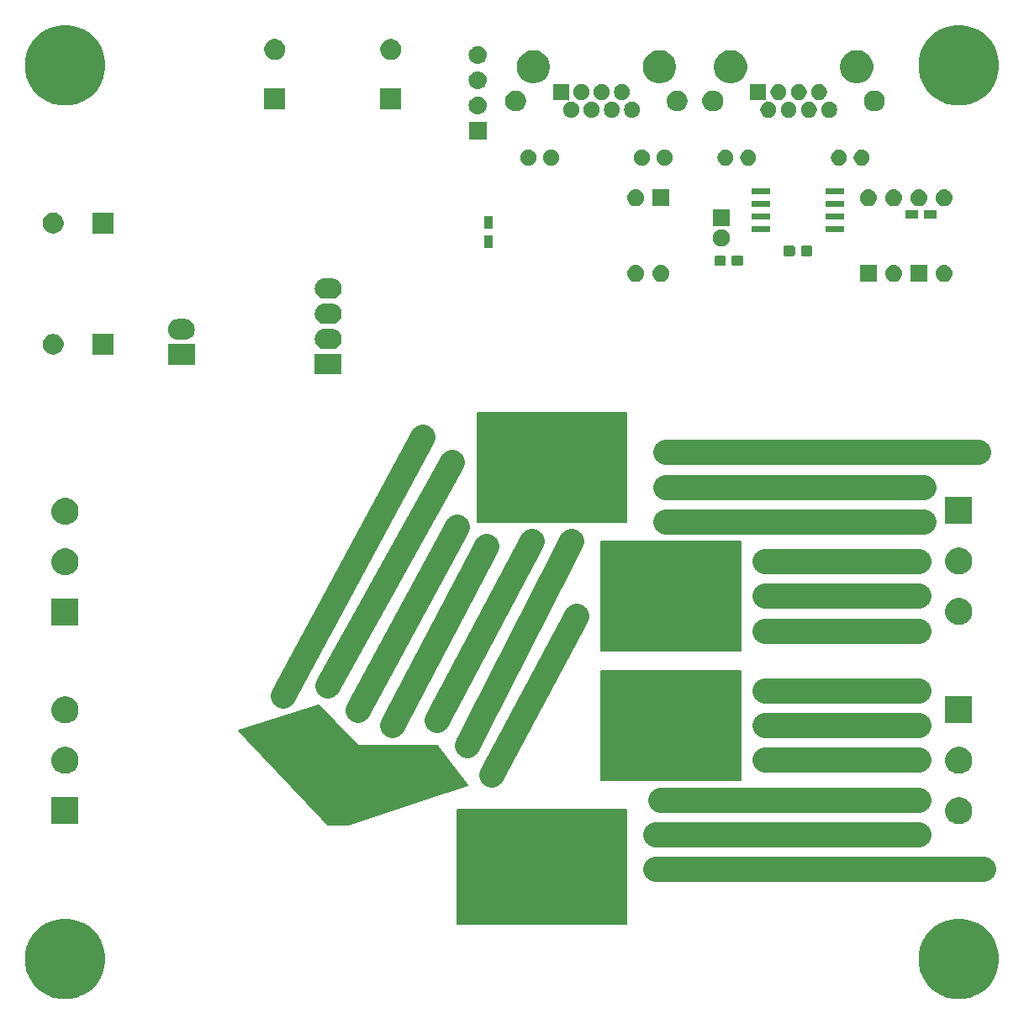
<source format=gbr>
G04 #@! TF.GenerationSoftware,KiCad,Pcbnew,(5.0.1)*
G04 #@! TF.CreationDate,2019-01-31T09:39:21+09:00*
G04 #@! TF.ProjectId,driver,6472697665722E6B696361645F706362,rev?*
G04 #@! TF.SameCoordinates,Original*
G04 #@! TF.FileFunction,Soldermask,Bot*
G04 #@! TF.FilePolarity,Negative*
%FSLAX46Y46*%
G04 Gerber Fmt 4.6, Leading zero omitted, Abs format (unit mm)*
G04 Created by KiCad (PCBNEW (5.0.1)) date Thu Jan 31 09:39:21 2019*
%MOMM*%
%LPD*%
G01*
G04 APERTURE LIST*
%ADD10C,2.500000*%
%ADD11C,0.150000*%
%ADD12C,0.100000*%
G04 APERTURE END LIST*
D10*
X126500000Y-115500000D02*
X118000000Y-131500000D01*
X111000000Y-97500000D02*
X97000000Y-123500000D01*
X101500000Y-122500000D02*
X114000000Y-100000000D01*
X114500000Y-106500000D02*
X104500000Y-125000000D01*
X117500000Y-108500000D02*
X108000000Y-126500000D01*
X122000000Y-108000000D02*
X112500000Y-126000000D01*
X126000000Y-108000000D02*
X115500000Y-128500000D01*
X135500000Y-99000000D02*
X167000000Y-99000000D01*
X135500000Y-102500000D02*
X161500000Y-102500000D01*
X135500000Y-106000000D02*
X161500000Y-106000000D01*
X145500000Y-110000000D02*
X161000000Y-110000000D01*
X145500000Y-113500000D02*
X161000000Y-113500000D01*
X145500000Y-117000000D02*
X161000000Y-117000000D01*
X134500000Y-141000000D02*
X167500000Y-141000000D01*
X134500000Y-137500000D02*
X161000000Y-137500000D01*
X135000000Y-134000000D02*
X161000000Y-134000000D01*
X145500000Y-130000000D02*
X161000000Y-130000000D01*
X145500000Y-126500000D02*
X161000000Y-126500000D01*
X145500000Y-123000000D02*
X161000000Y-123000000D01*
D11*
G36*
X92500000Y-127000000D02*
X101500000Y-136500000D01*
X103500000Y-136500000D01*
X115500000Y-132500000D01*
X112500000Y-128500000D01*
X104500000Y-128500000D01*
X100500000Y-124500000D01*
X92500000Y-127000000D01*
G37*
X92500000Y-127000000D02*
X101500000Y-136500000D01*
X103500000Y-136500000D01*
X115500000Y-132500000D01*
X112500000Y-128500000D01*
X104500000Y-128500000D01*
X100500000Y-124500000D01*
X92500000Y-127000000D01*
G36*
X114500000Y-135000000D02*
X114500000Y-146500000D01*
X131500000Y-146500000D01*
X131500000Y-135000000D01*
X130500000Y-135000000D01*
X114500000Y-135000000D01*
G37*
X114500000Y-135000000D02*
X114500000Y-146500000D01*
X131500000Y-146500000D01*
X131500000Y-135000000D01*
X130500000Y-135000000D01*
X114500000Y-135000000D01*
G36*
X143000000Y-121000000D02*
X143000000Y-132000000D01*
X129000000Y-132000000D01*
X129000000Y-121000000D01*
X143000000Y-121000000D01*
G37*
X143000000Y-121000000D02*
X143000000Y-132000000D01*
X129000000Y-132000000D01*
X129000000Y-121000000D01*
X143000000Y-121000000D01*
G36*
X131500000Y-106000000D02*
X131500000Y-95000000D01*
X116500000Y-95000000D01*
X116500000Y-106000000D01*
X131500000Y-106000000D01*
G37*
X131500000Y-106000000D02*
X131500000Y-95000000D01*
X116500000Y-95000000D01*
X116500000Y-106000000D01*
X131500000Y-106000000D01*
G36*
X129000000Y-108000000D02*
X143000000Y-108000000D01*
X143000000Y-119000000D01*
X129000000Y-119000000D01*
X129000000Y-108000000D01*
G37*
X129000000Y-108000000D02*
X143000000Y-108000000D01*
X143000000Y-119000000D01*
X129000000Y-119000000D01*
X129000000Y-108000000D01*
D12*
G36*
X166181632Y-146104677D02*
X166613495Y-146283561D01*
X166918868Y-146410050D01*
X167577889Y-146850394D01*
X167582365Y-146853385D01*
X168146615Y-147417635D01*
X168146617Y-147417638D01*
X168589950Y-148081132D01*
X168589950Y-148081133D01*
X168895323Y-148818368D01*
X169051000Y-149601010D01*
X169051000Y-150398990D01*
X168895323Y-151181632D01*
X168716439Y-151613495D01*
X168589950Y-151918868D01*
X168149606Y-152577889D01*
X168146615Y-152582365D01*
X167582365Y-153146615D01*
X167582362Y-153146617D01*
X166918868Y-153589950D01*
X166613495Y-153716439D01*
X166181632Y-153895323D01*
X165398990Y-154051000D01*
X164601010Y-154051000D01*
X163818368Y-153895323D01*
X163386505Y-153716439D01*
X163081132Y-153589950D01*
X162417638Y-153146617D01*
X162417635Y-153146615D01*
X161853385Y-152582365D01*
X161850394Y-152577889D01*
X161410050Y-151918868D01*
X161283561Y-151613495D01*
X161104677Y-151181632D01*
X160949000Y-150398990D01*
X160949000Y-149601010D01*
X161104677Y-148818368D01*
X161410050Y-148081133D01*
X161410050Y-148081132D01*
X161853383Y-147417638D01*
X161853385Y-147417635D01*
X162417635Y-146853385D01*
X162422111Y-146850394D01*
X163081132Y-146410050D01*
X163386505Y-146283561D01*
X163818368Y-146104677D01*
X164601010Y-145949000D01*
X165398990Y-145949000D01*
X166181632Y-146104677D01*
X166181632Y-146104677D01*
G37*
G36*
X76181632Y-146104677D02*
X76613495Y-146283561D01*
X76918868Y-146410050D01*
X77577889Y-146850394D01*
X77582365Y-146853385D01*
X78146615Y-147417635D01*
X78146617Y-147417638D01*
X78589950Y-148081132D01*
X78589950Y-148081133D01*
X78895323Y-148818368D01*
X79051000Y-149601010D01*
X79051000Y-150398990D01*
X78895323Y-151181632D01*
X78716439Y-151613495D01*
X78589950Y-151918868D01*
X78149606Y-152577889D01*
X78146615Y-152582365D01*
X77582365Y-153146615D01*
X77582362Y-153146617D01*
X76918868Y-153589950D01*
X76613495Y-153716439D01*
X76181632Y-153895323D01*
X75398990Y-154051000D01*
X74601010Y-154051000D01*
X73818368Y-153895323D01*
X73386505Y-153716439D01*
X73081132Y-153589950D01*
X72417638Y-153146617D01*
X72417635Y-153146615D01*
X71853385Y-152582365D01*
X71850394Y-152577889D01*
X71410050Y-151918868D01*
X71283561Y-151613495D01*
X71104677Y-151181632D01*
X70949000Y-150398990D01*
X70949000Y-149601010D01*
X71104677Y-148818368D01*
X71410050Y-148081133D01*
X71410050Y-148081132D01*
X71853383Y-147417638D01*
X71853385Y-147417635D01*
X72417635Y-146853385D01*
X72422111Y-146850394D01*
X73081132Y-146410050D01*
X73386505Y-146283561D01*
X73818368Y-146104677D01*
X74601010Y-145949000D01*
X75398990Y-145949000D01*
X76181632Y-146104677D01*
X76181632Y-146104677D01*
G37*
G36*
X165263567Y-133754959D02*
X165394072Y-133780918D01*
X165639939Y-133882759D01*
X165860464Y-134030110D01*
X165861215Y-134030612D01*
X166049388Y-134218785D01*
X166049390Y-134218788D01*
X166197241Y-134440061D01*
X166299082Y-134685928D01*
X166351000Y-134946938D01*
X166351000Y-135213062D01*
X166299082Y-135474072D01*
X166197241Y-135719939D01*
X166049890Y-135940464D01*
X166049388Y-135941215D01*
X165861215Y-136129388D01*
X165861212Y-136129390D01*
X165639939Y-136277241D01*
X165394072Y-136379082D01*
X165263567Y-136405041D01*
X165133063Y-136431000D01*
X164866937Y-136431000D01*
X164736433Y-136405041D01*
X164605928Y-136379082D01*
X164360061Y-136277241D01*
X164138788Y-136129390D01*
X164138785Y-136129388D01*
X163950612Y-135941215D01*
X163950110Y-135940464D01*
X163802759Y-135719939D01*
X163700918Y-135474072D01*
X163649000Y-135213062D01*
X163649000Y-134946938D01*
X163700918Y-134685928D01*
X163802759Y-134440061D01*
X163950610Y-134218788D01*
X163950612Y-134218785D01*
X164138785Y-134030612D01*
X164139536Y-134030110D01*
X164360061Y-133882759D01*
X164605928Y-133780918D01*
X164736433Y-133754959D01*
X164866937Y-133729000D01*
X165133063Y-133729000D01*
X165263567Y-133754959D01*
X165263567Y-133754959D01*
G37*
G36*
X76351000Y-136431000D02*
X73649000Y-136431000D01*
X73649000Y-133729000D01*
X76351000Y-133729000D01*
X76351000Y-136431000D01*
X76351000Y-136431000D01*
G37*
G36*
X165263567Y-128674959D02*
X165394072Y-128700918D01*
X165639939Y-128802759D01*
X165860464Y-128950110D01*
X165861215Y-128950612D01*
X166049388Y-129138785D01*
X166049390Y-129138788D01*
X166197241Y-129360061D01*
X166299082Y-129605928D01*
X166351000Y-129866938D01*
X166351000Y-130133062D01*
X166299082Y-130394072D01*
X166197241Y-130639939D01*
X166049890Y-130860464D01*
X166049388Y-130861215D01*
X165861215Y-131049388D01*
X165861212Y-131049390D01*
X165639939Y-131197241D01*
X165394072Y-131299082D01*
X165263567Y-131325041D01*
X165133063Y-131351000D01*
X164866937Y-131351000D01*
X164736433Y-131325041D01*
X164605928Y-131299082D01*
X164360061Y-131197241D01*
X164138788Y-131049390D01*
X164138785Y-131049388D01*
X163950612Y-130861215D01*
X163950110Y-130860464D01*
X163802759Y-130639939D01*
X163700918Y-130394072D01*
X163649000Y-130133062D01*
X163649000Y-129866938D01*
X163700918Y-129605928D01*
X163802759Y-129360061D01*
X163950610Y-129138788D01*
X163950612Y-129138785D01*
X164138785Y-128950612D01*
X164139536Y-128950110D01*
X164360061Y-128802759D01*
X164605928Y-128700918D01*
X164736433Y-128674959D01*
X164866937Y-128649000D01*
X165133063Y-128649000D01*
X165263567Y-128674959D01*
X165263567Y-128674959D01*
G37*
G36*
X75263567Y-128674959D02*
X75394072Y-128700918D01*
X75639939Y-128802759D01*
X75860464Y-128950110D01*
X75861215Y-128950612D01*
X76049388Y-129138785D01*
X76049390Y-129138788D01*
X76197241Y-129360061D01*
X76299082Y-129605928D01*
X76351000Y-129866938D01*
X76351000Y-130133062D01*
X76299082Y-130394072D01*
X76197241Y-130639939D01*
X76049890Y-130860464D01*
X76049388Y-130861215D01*
X75861215Y-131049388D01*
X75861212Y-131049390D01*
X75639939Y-131197241D01*
X75394072Y-131299082D01*
X75263567Y-131325041D01*
X75133063Y-131351000D01*
X74866937Y-131351000D01*
X74736433Y-131325041D01*
X74605928Y-131299082D01*
X74360061Y-131197241D01*
X74138788Y-131049390D01*
X74138785Y-131049388D01*
X73950612Y-130861215D01*
X73950110Y-130860464D01*
X73802759Y-130639939D01*
X73700918Y-130394072D01*
X73649000Y-130133062D01*
X73649000Y-129866938D01*
X73700918Y-129605928D01*
X73802759Y-129360061D01*
X73950610Y-129138788D01*
X73950612Y-129138785D01*
X74138785Y-128950612D01*
X74139536Y-128950110D01*
X74360061Y-128802759D01*
X74605928Y-128700918D01*
X74736433Y-128674959D01*
X74866937Y-128649000D01*
X75133063Y-128649000D01*
X75263567Y-128674959D01*
X75263567Y-128674959D01*
G37*
G36*
X75263567Y-123594959D02*
X75394072Y-123620918D01*
X75639939Y-123722759D01*
X75860464Y-123870110D01*
X75861215Y-123870612D01*
X76049388Y-124058785D01*
X76049390Y-124058788D01*
X76197241Y-124280061D01*
X76299082Y-124525928D01*
X76351000Y-124786938D01*
X76351000Y-125053062D01*
X76299082Y-125314072D01*
X76197241Y-125559939D01*
X76049890Y-125780464D01*
X76049388Y-125781215D01*
X75861215Y-125969388D01*
X75861212Y-125969390D01*
X75639939Y-126117241D01*
X75394072Y-126219082D01*
X75263567Y-126245041D01*
X75133063Y-126271000D01*
X74866937Y-126271000D01*
X74736433Y-126245041D01*
X74605928Y-126219082D01*
X74360061Y-126117241D01*
X74138788Y-125969390D01*
X74138785Y-125969388D01*
X73950612Y-125781215D01*
X73950110Y-125780464D01*
X73802759Y-125559939D01*
X73700918Y-125314072D01*
X73649000Y-125053062D01*
X73649000Y-124786938D01*
X73700918Y-124525928D01*
X73802759Y-124280061D01*
X73950610Y-124058788D01*
X73950612Y-124058785D01*
X74138785Y-123870612D01*
X74139536Y-123870110D01*
X74360061Y-123722759D01*
X74605928Y-123620918D01*
X74736433Y-123594959D01*
X74866937Y-123569000D01*
X75133063Y-123569000D01*
X75263567Y-123594959D01*
X75263567Y-123594959D01*
G37*
G36*
X166351000Y-126271000D02*
X163649000Y-126271000D01*
X163649000Y-123569000D01*
X166351000Y-123569000D01*
X166351000Y-126271000D01*
X166351000Y-126271000D01*
G37*
G36*
X76351000Y-116431000D02*
X73649000Y-116431000D01*
X73649000Y-113729000D01*
X76351000Y-113729000D01*
X76351000Y-116431000D01*
X76351000Y-116431000D01*
G37*
G36*
X165263567Y-113674959D02*
X165394072Y-113700918D01*
X165639939Y-113802759D01*
X165860464Y-113950110D01*
X165861215Y-113950612D01*
X166049388Y-114138785D01*
X166049390Y-114138788D01*
X166197241Y-114360061D01*
X166299082Y-114605928D01*
X166351000Y-114866938D01*
X166351000Y-115133062D01*
X166299082Y-115394072D01*
X166197241Y-115639939D01*
X166049890Y-115860464D01*
X166049388Y-115861215D01*
X165861215Y-116049388D01*
X165861212Y-116049390D01*
X165639939Y-116197241D01*
X165394072Y-116299082D01*
X165263567Y-116325041D01*
X165133063Y-116351000D01*
X164866937Y-116351000D01*
X164736433Y-116325041D01*
X164605928Y-116299082D01*
X164360061Y-116197241D01*
X164138788Y-116049390D01*
X164138785Y-116049388D01*
X163950612Y-115861215D01*
X163950110Y-115860464D01*
X163802759Y-115639939D01*
X163700918Y-115394072D01*
X163649000Y-115133062D01*
X163649000Y-114866938D01*
X163700918Y-114605928D01*
X163802759Y-114360061D01*
X163950610Y-114138788D01*
X163950612Y-114138785D01*
X164138785Y-113950612D01*
X164139536Y-113950110D01*
X164360061Y-113802759D01*
X164605928Y-113700918D01*
X164736433Y-113674959D01*
X164866937Y-113649000D01*
X165133063Y-113649000D01*
X165263567Y-113674959D01*
X165263567Y-113674959D01*
G37*
G36*
X75263567Y-108674959D02*
X75394072Y-108700918D01*
X75639939Y-108802759D01*
X75860464Y-108950110D01*
X75861215Y-108950612D01*
X76049388Y-109138785D01*
X76049390Y-109138788D01*
X76197241Y-109360061D01*
X76299082Y-109605928D01*
X76351000Y-109866938D01*
X76351000Y-110133062D01*
X76299082Y-110394072D01*
X76197241Y-110639939D01*
X76049890Y-110860464D01*
X76049388Y-110861215D01*
X75861215Y-111049388D01*
X75861212Y-111049390D01*
X75639939Y-111197241D01*
X75394072Y-111299082D01*
X75263567Y-111325041D01*
X75133063Y-111351000D01*
X74866937Y-111351000D01*
X74736433Y-111325041D01*
X74605928Y-111299082D01*
X74360061Y-111197241D01*
X74138788Y-111049390D01*
X74138785Y-111049388D01*
X73950612Y-110861215D01*
X73950110Y-110860464D01*
X73802759Y-110639939D01*
X73700918Y-110394072D01*
X73649000Y-110133062D01*
X73649000Y-109866938D01*
X73700918Y-109605928D01*
X73802759Y-109360061D01*
X73950610Y-109138788D01*
X73950612Y-109138785D01*
X74138785Y-108950612D01*
X74139536Y-108950110D01*
X74360061Y-108802759D01*
X74605928Y-108700918D01*
X74736433Y-108674959D01*
X74866937Y-108649000D01*
X75133063Y-108649000D01*
X75263567Y-108674959D01*
X75263567Y-108674959D01*
G37*
G36*
X165263567Y-108594959D02*
X165394072Y-108620918D01*
X165639939Y-108722759D01*
X165860464Y-108870110D01*
X165861215Y-108870612D01*
X166049388Y-109058785D01*
X166049390Y-109058788D01*
X166197241Y-109280061D01*
X166299082Y-109525928D01*
X166351000Y-109786938D01*
X166351000Y-110053062D01*
X166299082Y-110314072D01*
X166197241Y-110559939D01*
X166049890Y-110780464D01*
X166049388Y-110781215D01*
X165861215Y-110969388D01*
X165861212Y-110969390D01*
X165639939Y-111117241D01*
X165394072Y-111219082D01*
X165263567Y-111245041D01*
X165133063Y-111271000D01*
X164866937Y-111271000D01*
X164736433Y-111245041D01*
X164605928Y-111219082D01*
X164360061Y-111117241D01*
X164138788Y-110969390D01*
X164138785Y-110969388D01*
X163950612Y-110781215D01*
X163950110Y-110780464D01*
X163802759Y-110559939D01*
X163700918Y-110314072D01*
X163649000Y-110053062D01*
X163649000Y-109786938D01*
X163700918Y-109525928D01*
X163802759Y-109280061D01*
X163950610Y-109058788D01*
X163950612Y-109058785D01*
X164138785Y-108870612D01*
X164139536Y-108870110D01*
X164360061Y-108722759D01*
X164605928Y-108620918D01*
X164736433Y-108594959D01*
X164866937Y-108569000D01*
X165133063Y-108569000D01*
X165263567Y-108594959D01*
X165263567Y-108594959D01*
G37*
G36*
X75263567Y-103594959D02*
X75394072Y-103620918D01*
X75639939Y-103722759D01*
X75860464Y-103870110D01*
X75861215Y-103870612D01*
X76049388Y-104058785D01*
X76049390Y-104058788D01*
X76197241Y-104280061D01*
X76299082Y-104525928D01*
X76351000Y-104786938D01*
X76351000Y-105053062D01*
X76299082Y-105314072D01*
X76197241Y-105559939D01*
X76049890Y-105780464D01*
X76049388Y-105781215D01*
X75861215Y-105969388D01*
X75861212Y-105969390D01*
X75639939Y-106117241D01*
X75394072Y-106219082D01*
X75263567Y-106245041D01*
X75133063Y-106271000D01*
X74866937Y-106271000D01*
X74736433Y-106245041D01*
X74605928Y-106219082D01*
X74360061Y-106117241D01*
X74138788Y-105969390D01*
X74138785Y-105969388D01*
X73950612Y-105781215D01*
X73950110Y-105780464D01*
X73802759Y-105559939D01*
X73700918Y-105314072D01*
X73649000Y-105053062D01*
X73649000Y-104786938D01*
X73700918Y-104525928D01*
X73802759Y-104280061D01*
X73950610Y-104058788D01*
X73950612Y-104058785D01*
X74138785Y-103870612D01*
X74139536Y-103870110D01*
X74360061Y-103722759D01*
X74605928Y-103620918D01*
X74736433Y-103594959D01*
X74866937Y-103569000D01*
X75133063Y-103569000D01*
X75263567Y-103594959D01*
X75263567Y-103594959D01*
G37*
G36*
X166351000Y-106191000D02*
X163649000Y-106191000D01*
X163649000Y-103489000D01*
X166351000Y-103489000D01*
X166351000Y-106191000D01*
X166351000Y-106191000D01*
G37*
G36*
X102851000Y-91151000D02*
X100149000Y-91151000D01*
X100149000Y-89049000D01*
X102851000Y-89049000D01*
X102851000Y-91151000D01*
X102851000Y-91151000D01*
G37*
G36*
X88051000Y-90191000D02*
X85349000Y-90191000D01*
X85349000Y-88089000D01*
X88051000Y-88089000D01*
X88051000Y-90191000D01*
X88051000Y-90191000D01*
G37*
G36*
X79851000Y-89151000D02*
X77749000Y-89151000D01*
X77749000Y-87049000D01*
X79851000Y-87049000D01*
X79851000Y-89151000D01*
X79851000Y-89151000D01*
G37*
G36*
X74106565Y-87089389D02*
X74297834Y-87168615D01*
X74469976Y-87283637D01*
X74616363Y-87430024D01*
X74731385Y-87602166D01*
X74810611Y-87793435D01*
X74851000Y-87996484D01*
X74851000Y-88203516D01*
X74810611Y-88406565D01*
X74731385Y-88597834D01*
X74616363Y-88769976D01*
X74469976Y-88916363D01*
X74297834Y-89031385D01*
X74106565Y-89110611D01*
X73903516Y-89151000D01*
X73696484Y-89151000D01*
X73493435Y-89110611D01*
X73302166Y-89031385D01*
X73130024Y-88916363D01*
X72983637Y-88769976D01*
X72868615Y-88597834D01*
X72789389Y-88406565D01*
X72749000Y-88203516D01*
X72749000Y-87996484D01*
X72789389Y-87793435D01*
X72868615Y-87602166D01*
X72983637Y-87430024D01*
X73130024Y-87283637D01*
X73302166Y-87168615D01*
X73493435Y-87089389D01*
X73696484Y-87049000D01*
X73903516Y-87049000D01*
X74106565Y-87089389D01*
X74106565Y-87089389D01*
G37*
G36*
X101882510Y-86512041D02*
X102006032Y-86524207D01*
X102204146Y-86584305D01*
X102386729Y-86681897D01*
X102546765Y-86813235D01*
X102678103Y-86973271D01*
X102775695Y-87155854D01*
X102835793Y-87353968D01*
X102856085Y-87560000D01*
X102835793Y-87766032D01*
X102775695Y-87964146D01*
X102678103Y-88146729D01*
X102546765Y-88306765D01*
X102386729Y-88438103D01*
X102204146Y-88535695D01*
X102006032Y-88595793D01*
X101882510Y-88607959D01*
X101851631Y-88611000D01*
X101148369Y-88611000D01*
X101117490Y-88607959D01*
X100993968Y-88595793D01*
X100795854Y-88535695D01*
X100613271Y-88438103D01*
X100453235Y-88306765D01*
X100321897Y-88146729D01*
X100224305Y-87964146D01*
X100164207Y-87766032D01*
X100143915Y-87560000D01*
X100164207Y-87353968D01*
X100224305Y-87155854D01*
X100321897Y-86973271D01*
X100453235Y-86813235D01*
X100613271Y-86681897D01*
X100795854Y-86584305D01*
X100993968Y-86524207D01*
X101117490Y-86512041D01*
X101148369Y-86509000D01*
X101851631Y-86509000D01*
X101882510Y-86512041D01*
X101882510Y-86512041D01*
G37*
G36*
X87082510Y-85552041D02*
X87206032Y-85564207D01*
X87404146Y-85624305D01*
X87586729Y-85721897D01*
X87746765Y-85853235D01*
X87878103Y-86013271D01*
X87975695Y-86195854D01*
X88035793Y-86393968D01*
X88056085Y-86600000D01*
X88035793Y-86806032D01*
X87975695Y-87004146D01*
X87878103Y-87186729D01*
X87746765Y-87346765D01*
X87586729Y-87478103D01*
X87404146Y-87575695D01*
X87206032Y-87635793D01*
X87082510Y-87647959D01*
X87051631Y-87651000D01*
X86348369Y-87651000D01*
X86317490Y-87647959D01*
X86193968Y-87635793D01*
X85995854Y-87575695D01*
X85813271Y-87478103D01*
X85653235Y-87346765D01*
X85521897Y-87186729D01*
X85424305Y-87004146D01*
X85364207Y-86806032D01*
X85343915Y-86600000D01*
X85364207Y-86393968D01*
X85424305Y-86195854D01*
X85521897Y-86013271D01*
X85653235Y-85853235D01*
X85813271Y-85721897D01*
X85995854Y-85624305D01*
X86193968Y-85564207D01*
X86317490Y-85552041D01*
X86348369Y-85549000D01*
X87051631Y-85549000D01*
X87082510Y-85552041D01*
X87082510Y-85552041D01*
G37*
G36*
X101882510Y-83972041D02*
X102006032Y-83984207D01*
X102204146Y-84044305D01*
X102386729Y-84141897D01*
X102546765Y-84273235D01*
X102678103Y-84433271D01*
X102775695Y-84615854D01*
X102835793Y-84813968D01*
X102856085Y-85020000D01*
X102835793Y-85226032D01*
X102775695Y-85424146D01*
X102678103Y-85606729D01*
X102546765Y-85766765D01*
X102386729Y-85898103D01*
X102204146Y-85995695D01*
X102006032Y-86055793D01*
X101882510Y-86067959D01*
X101851631Y-86071000D01*
X101148369Y-86071000D01*
X101117490Y-86067959D01*
X100993968Y-86055793D01*
X100795854Y-85995695D01*
X100613271Y-85898103D01*
X100453235Y-85766765D01*
X100321897Y-85606729D01*
X100224305Y-85424146D01*
X100164207Y-85226032D01*
X100143915Y-85020000D01*
X100164207Y-84813968D01*
X100224305Y-84615854D01*
X100321897Y-84433271D01*
X100453235Y-84273235D01*
X100613271Y-84141897D01*
X100795854Y-84044305D01*
X100993968Y-83984207D01*
X101117490Y-83972041D01*
X101148369Y-83969000D01*
X101851631Y-83969000D01*
X101882510Y-83972041D01*
X101882510Y-83972041D01*
G37*
G36*
X101882510Y-81432041D02*
X102006032Y-81444207D01*
X102204146Y-81504305D01*
X102386729Y-81601897D01*
X102546765Y-81733235D01*
X102678103Y-81893271D01*
X102775695Y-82075854D01*
X102835793Y-82273968D01*
X102856085Y-82480000D01*
X102835793Y-82686032D01*
X102775695Y-82884146D01*
X102678103Y-83066729D01*
X102546765Y-83226765D01*
X102386729Y-83358103D01*
X102204146Y-83455695D01*
X102006032Y-83515793D01*
X101882510Y-83527959D01*
X101851631Y-83531000D01*
X101148369Y-83531000D01*
X101117490Y-83527959D01*
X100993968Y-83515793D01*
X100795854Y-83455695D01*
X100613271Y-83358103D01*
X100453235Y-83226765D01*
X100321897Y-83066729D01*
X100224305Y-82884146D01*
X100164207Y-82686032D01*
X100143915Y-82480000D01*
X100164207Y-82273968D01*
X100224305Y-82075854D01*
X100321897Y-81893271D01*
X100453235Y-81733235D01*
X100613271Y-81601897D01*
X100795854Y-81504305D01*
X100993968Y-81444207D01*
X101117490Y-81432041D01*
X101148369Y-81429000D01*
X101851631Y-81429000D01*
X101882510Y-81432041D01*
X101882510Y-81432041D01*
G37*
G36*
X132626821Y-80131313D02*
X132626824Y-80131314D01*
X132626825Y-80131314D01*
X132787239Y-80179975D01*
X132787241Y-80179976D01*
X132787244Y-80179977D01*
X132935078Y-80258995D01*
X133064659Y-80365341D01*
X133171005Y-80494922D01*
X133250023Y-80642756D01*
X133298687Y-80803179D01*
X133315117Y-80970000D01*
X133298687Y-81136821D01*
X133250023Y-81297244D01*
X133171005Y-81445078D01*
X133064659Y-81574659D01*
X132935078Y-81681005D01*
X132787244Y-81760023D01*
X132787241Y-81760024D01*
X132787239Y-81760025D01*
X132626825Y-81808686D01*
X132626824Y-81808686D01*
X132626821Y-81808687D01*
X132501804Y-81821000D01*
X132418196Y-81821000D01*
X132293179Y-81808687D01*
X132293176Y-81808686D01*
X132293175Y-81808686D01*
X132132761Y-81760025D01*
X132132759Y-81760024D01*
X132132756Y-81760023D01*
X131984922Y-81681005D01*
X131855341Y-81574659D01*
X131748995Y-81445078D01*
X131669977Y-81297244D01*
X131621313Y-81136821D01*
X131604883Y-80970000D01*
X131621313Y-80803179D01*
X131669977Y-80642756D01*
X131748995Y-80494922D01*
X131855341Y-80365341D01*
X131984922Y-80258995D01*
X132132756Y-80179977D01*
X132132759Y-80179976D01*
X132132761Y-80179975D01*
X132293175Y-80131314D01*
X132293176Y-80131314D01*
X132293179Y-80131313D01*
X132418196Y-80119000D01*
X132501804Y-80119000D01*
X132626821Y-80131313D01*
X132626821Y-80131313D01*
G37*
G36*
X135166821Y-80131313D02*
X135166824Y-80131314D01*
X135166825Y-80131314D01*
X135327239Y-80179975D01*
X135327241Y-80179976D01*
X135327244Y-80179977D01*
X135475078Y-80258995D01*
X135604659Y-80365341D01*
X135711005Y-80494922D01*
X135790023Y-80642756D01*
X135838687Y-80803179D01*
X135855117Y-80970000D01*
X135838687Y-81136821D01*
X135790023Y-81297244D01*
X135711005Y-81445078D01*
X135604659Y-81574659D01*
X135475078Y-81681005D01*
X135327244Y-81760023D01*
X135327241Y-81760024D01*
X135327239Y-81760025D01*
X135166825Y-81808686D01*
X135166824Y-81808686D01*
X135166821Y-81808687D01*
X135041804Y-81821000D01*
X134958196Y-81821000D01*
X134833179Y-81808687D01*
X134833176Y-81808686D01*
X134833175Y-81808686D01*
X134672761Y-81760025D01*
X134672759Y-81760024D01*
X134672756Y-81760023D01*
X134524922Y-81681005D01*
X134395341Y-81574659D01*
X134288995Y-81445078D01*
X134209977Y-81297244D01*
X134161313Y-81136821D01*
X134144883Y-80970000D01*
X134161313Y-80803179D01*
X134209977Y-80642756D01*
X134288995Y-80494922D01*
X134395341Y-80365341D01*
X134524922Y-80258995D01*
X134672756Y-80179977D01*
X134672759Y-80179976D01*
X134672761Y-80179975D01*
X134833175Y-80131314D01*
X134833176Y-80131314D01*
X134833179Y-80131313D01*
X134958196Y-80119000D01*
X135041804Y-80119000D01*
X135166821Y-80131313D01*
X135166821Y-80131313D01*
G37*
G36*
X156741000Y-81821000D02*
X155039000Y-81821000D01*
X155039000Y-80119000D01*
X156741000Y-80119000D01*
X156741000Y-81821000D01*
X156741000Y-81821000D01*
G37*
G36*
X163676821Y-80131313D02*
X163676824Y-80131314D01*
X163676825Y-80131314D01*
X163837239Y-80179975D01*
X163837241Y-80179976D01*
X163837244Y-80179977D01*
X163985078Y-80258995D01*
X164114659Y-80365341D01*
X164221005Y-80494922D01*
X164300023Y-80642756D01*
X164348687Y-80803179D01*
X164365117Y-80970000D01*
X164348687Y-81136821D01*
X164300023Y-81297244D01*
X164221005Y-81445078D01*
X164114659Y-81574659D01*
X163985078Y-81681005D01*
X163837244Y-81760023D01*
X163837241Y-81760024D01*
X163837239Y-81760025D01*
X163676825Y-81808686D01*
X163676824Y-81808686D01*
X163676821Y-81808687D01*
X163551804Y-81821000D01*
X163468196Y-81821000D01*
X163343179Y-81808687D01*
X163343176Y-81808686D01*
X163343175Y-81808686D01*
X163182761Y-81760025D01*
X163182759Y-81760024D01*
X163182756Y-81760023D01*
X163034922Y-81681005D01*
X162905341Y-81574659D01*
X162798995Y-81445078D01*
X162719977Y-81297244D01*
X162671313Y-81136821D01*
X162654883Y-80970000D01*
X162671313Y-80803179D01*
X162719977Y-80642756D01*
X162798995Y-80494922D01*
X162905341Y-80365341D01*
X163034922Y-80258995D01*
X163182756Y-80179977D01*
X163182759Y-80179976D01*
X163182761Y-80179975D01*
X163343175Y-80131314D01*
X163343176Y-80131314D01*
X163343179Y-80131313D01*
X163468196Y-80119000D01*
X163551804Y-80119000D01*
X163676821Y-80131313D01*
X163676821Y-80131313D01*
G37*
G36*
X161821000Y-81821000D02*
X160119000Y-81821000D01*
X160119000Y-80119000D01*
X161821000Y-80119000D01*
X161821000Y-81821000D01*
X161821000Y-81821000D01*
G37*
G36*
X158596821Y-80131313D02*
X158596824Y-80131314D01*
X158596825Y-80131314D01*
X158757239Y-80179975D01*
X158757241Y-80179976D01*
X158757244Y-80179977D01*
X158905078Y-80258995D01*
X159034659Y-80365341D01*
X159141005Y-80494922D01*
X159220023Y-80642756D01*
X159268687Y-80803179D01*
X159285117Y-80970000D01*
X159268687Y-81136821D01*
X159220023Y-81297244D01*
X159141005Y-81445078D01*
X159034659Y-81574659D01*
X158905078Y-81681005D01*
X158757244Y-81760023D01*
X158757241Y-81760024D01*
X158757239Y-81760025D01*
X158596825Y-81808686D01*
X158596824Y-81808686D01*
X158596821Y-81808687D01*
X158471804Y-81821000D01*
X158388196Y-81821000D01*
X158263179Y-81808687D01*
X158263176Y-81808686D01*
X158263175Y-81808686D01*
X158102761Y-81760025D01*
X158102759Y-81760024D01*
X158102756Y-81760023D01*
X157954922Y-81681005D01*
X157825341Y-81574659D01*
X157718995Y-81445078D01*
X157639977Y-81297244D01*
X157591313Y-81136821D01*
X157574883Y-80970000D01*
X157591313Y-80803179D01*
X157639977Y-80642756D01*
X157718995Y-80494922D01*
X157825341Y-80365341D01*
X157954922Y-80258995D01*
X158102756Y-80179977D01*
X158102759Y-80179976D01*
X158102761Y-80179975D01*
X158263175Y-80131314D01*
X158263176Y-80131314D01*
X158263179Y-80131313D01*
X158388196Y-80119000D01*
X158471804Y-80119000D01*
X158596821Y-80131313D01*
X158596821Y-80131313D01*
G37*
G36*
X141363880Y-79163694D02*
X141401374Y-79175068D01*
X141435938Y-79193543D01*
X141466228Y-79218402D01*
X141491087Y-79248692D01*
X141509562Y-79283256D01*
X141520936Y-79320750D01*
X141525381Y-79365887D01*
X141525381Y-80004611D01*
X141520936Y-80049748D01*
X141509562Y-80087242D01*
X141491087Y-80121806D01*
X141466228Y-80152096D01*
X141435938Y-80176955D01*
X141401374Y-80195430D01*
X141363880Y-80206804D01*
X141318743Y-80211249D01*
X140580019Y-80211249D01*
X140534882Y-80206804D01*
X140497388Y-80195430D01*
X140462824Y-80176955D01*
X140432534Y-80152096D01*
X140407675Y-80121806D01*
X140389200Y-80087242D01*
X140377826Y-80049748D01*
X140373381Y-80004611D01*
X140373381Y-79365887D01*
X140377826Y-79320750D01*
X140389200Y-79283256D01*
X140407675Y-79248692D01*
X140432534Y-79218402D01*
X140462824Y-79193543D01*
X140497388Y-79175068D01*
X140534882Y-79163694D01*
X140580019Y-79159249D01*
X141318743Y-79159249D01*
X141363880Y-79163694D01*
X141363880Y-79163694D01*
G37*
G36*
X143113880Y-79163694D02*
X143151374Y-79175068D01*
X143185938Y-79193543D01*
X143216228Y-79218402D01*
X143241087Y-79248692D01*
X143259562Y-79283256D01*
X143270936Y-79320750D01*
X143275381Y-79365887D01*
X143275381Y-80004611D01*
X143270936Y-80049748D01*
X143259562Y-80087242D01*
X143241087Y-80121806D01*
X143216228Y-80152096D01*
X143185938Y-80176955D01*
X143151374Y-80195430D01*
X143113880Y-80206804D01*
X143068743Y-80211249D01*
X142330019Y-80211249D01*
X142284882Y-80206804D01*
X142247388Y-80195430D01*
X142212824Y-80176955D01*
X142182534Y-80152096D01*
X142157675Y-80121806D01*
X142139200Y-80087242D01*
X142127826Y-80049748D01*
X142123381Y-80004611D01*
X142123381Y-79365887D01*
X142127826Y-79320750D01*
X142139200Y-79283256D01*
X142157675Y-79248692D01*
X142182534Y-79218402D01*
X142212824Y-79193543D01*
X142247388Y-79175068D01*
X142284882Y-79163694D01*
X142330019Y-79159249D01*
X143068743Y-79159249D01*
X143113880Y-79163694D01*
X143113880Y-79163694D01*
G37*
G36*
X150089499Y-78178445D02*
X150126993Y-78189819D01*
X150161557Y-78208294D01*
X150191847Y-78233153D01*
X150216706Y-78263443D01*
X150235181Y-78298007D01*
X150246555Y-78335501D01*
X150251000Y-78380638D01*
X150251000Y-79019362D01*
X150246555Y-79064499D01*
X150235181Y-79101993D01*
X150216706Y-79136557D01*
X150191847Y-79166847D01*
X150161557Y-79191706D01*
X150126993Y-79210181D01*
X150089499Y-79221555D01*
X150044362Y-79226000D01*
X149305638Y-79226000D01*
X149260501Y-79221555D01*
X149223007Y-79210181D01*
X149188443Y-79191706D01*
X149158153Y-79166847D01*
X149133294Y-79136557D01*
X149114819Y-79101993D01*
X149103445Y-79064499D01*
X149099000Y-79019362D01*
X149099000Y-78380638D01*
X149103445Y-78335501D01*
X149114819Y-78298007D01*
X149133294Y-78263443D01*
X149158153Y-78233153D01*
X149188443Y-78208294D01*
X149223007Y-78189819D01*
X149260501Y-78178445D01*
X149305638Y-78174000D01*
X150044362Y-78174000D01*
X150089499Y-78178445D01*
X150089499Y-78178445D01*
G37*
G36*
X148339499Y-78178445D02*
X148376993Y-78189819D01*
X148411557Y-78208294D01*
X148441847Y-78233153D01*
X148466706Y-78263443D01*
X148485181Y-78298007D01*
X148496555Y-78335501D01*
X148501000Y-78380638D01*
X148501000Y-79019362D01*
X148496555Y-79064499D01*
X148485181Y-79101993D01*
X148466706Y-79136557D01*
X148441847Y-79166847D01*
X148411557Y-79191706D01*
X148376993Y-79210181D01*
X148339499Y-79221555D01*
X148294362Y-79226000D01*
X147555638Y-79226000D01*
X147510501Y-79221555D01*
X147473007Y-79210181D01*
X147438443Y-79191706D01*
X147408153Y-79166847D01*
X147383294Y-79136557D01*
X147364819Y-79101993D01*
X147353445Y-79064499D01*
X147349000Y-79019362D01*
X147349000Y-78380638D01*
X147353445Y-78335501D01*
X147364819Y-78298007D01*
X147383294Y-78263443D01*
X147408153Y-78233153D01*
X147438443Y-78208294D01*
X147473007Y-78189819D01*
X147510501Y-78178445D01*
X147555638Y-78174000D01*
X148294362Y-78174000D01*
X148339499Y-78178445D01*
X148339499Y-78178445D01*
G37*
G36*
X118026000Y-78401000D02*
X117174000Y-78401000D01*
X117174000Y-77099000D01*
X118026000Y-77099000D01*
X118026000Y-78401000D01*
X118026000Y-78401000D01*
G37*
G36*
X141347609Y-76566952D02*
X141502481Y-76631102D01*
X141641862Y-76724234D01*
X141760396Y-76842768D01*
X141853528Y-76982149D01*
X141917678Y-77137021D01*
X141950381Y-77301433D01*
X141950381Y-77469065D01*
X141917678Y-77633477D01*
X141853528Y-77788349D01*
X141760396Y-77927730D01*
X141641862Y-78046264D01*
X141502481Y-78139396D01*
X141347609Y-78203546D01*
X141183197Y-78236249D01*
X141015565Y-78236249D01*
X140851153Y-78203546D01*
X140696281Y-78139396D01*
X140556900Y-78046264D01*
X140438366Y-77927730D01*
X140345234Y-77788349D01*
X140281084Y-77633477D01*
X140248381Y-77469065D01*
X140248381Y-77301433D01*
X140281084Y-77137021D01*
X140345234Y-76982149D01*
X140438366Y-76842768D01*
X140556900Y-76724234D01*
X140696281Y-76631102D01*
X140851153Y-76566952D01*
X141015565Y-76534249D01*
X141183197Y-76534249D01*
X141347609Y-76566952D01*
X141347609Y-76566952D01*
G37*
G36*
X74106565Y-74889389D02*
X74297834Y-74968615D01*
X74469976Y-75083637D01*
X74616363Y-75230024D01*
X74731385Y-75402166D01*
X74810611Y-75593435D01*
X74851000Y-75796484D01*
X74851000Y-76003516D01*
X74810611Y-76206565D01*
X74731385Y-76397834D01*
X74616363Y-76569976D01*
X74469976Y-76716363D01*
X74297834Y-76831385D01*
X74106565Y-76910611D01*
X73903516Y-76951000D01*
X73696484Y-76951000D01*
X73493435Y-76910611D01*
X73302166Y-76831385D01*
X73130024Y-76716363D01*
X72983637Y-76569976D01*
X72868615Y-76397834D01*
X72789389Y-76206565D01*
X72749000Y-76003516D01*
X72749000Y-75796484D01*
X72789389Y-75593435D01*
X72868615Y-75402166D01*
X72983637Y-75230024D01*
X73130024Y-75083637D01*
X73302166Y-74968615D01*
X73493435Y-74889389D01*
X73696484Y-74849000D01*
X73903516Y-74849000D01*
X74106565Y-74889389D01*
X74106565Y-74889389D01*
G37*
G36*
X79851000Y-76951000D02*
X77749000Y-76951000D01*
X77749000Y-74849000D01*
X79851000Y-74849000D01*
X79851000Y-76951000D01*
X79851000Y-76951000D01*
G37*
G36*
X146026000Y-76831000D02*
X144174000Y-76831000D01*
X144174000Y-76179000D01*
X146026000Y-76179000D01*
X146026000Y-76831000D01*
X146026000Y-76831000D01*
G37*
G36*
X153426000Y-76831000D02*
X151574000Y-76831000D01*
X151574000Y-76179000D01*
X153426000Y-76179000D01*
X153426000Y-76831000D01*
X153426000Y-76831000D01*
G37*
G36*
X118026000Y-76501000D02*
X117174000Y-76501000D01*
X117174000Y-75199000D01*
X118026000Y-75199000D01*
X118026000Y-76501000D01*
X118026000Y-76501000D01*
G37*
G36*
X141950381Y-76236249D02*
X140248381Y-76236249D01*
X140248381Y-74534249D01*
X141950381Y-74534249D01*
X141950381Y-76236249D01*
X141950381Y-76236249D01*
G37*
G36*
X153426000Y-75561000D02*
X151574000Y-75561000D01*
X151574000Y-74909000D01*
X153426000Y-74909000D01*
X153426000Y-75561000D01*
X153426000Y-75561000D01*
G37*
G36*
X146026000Y-75561000D02*
X144174000Y-75561000D01*
X144174000Y-74909000D01*
X146026000Y-74909000D01*
X146026000Y-75561000D01*
X146026000Y-75561000D01*
G37*
G36*
X160901000Y-75426000D02*
X159599000Y-75426000D01*
X159599000Y-74574000D01*
X160901000Y-74574000D01*
X160901000Y-75426000D01*
X160901000Y-75426000D01*
G37*
G36*
X162801000Y-75426000D02*
X161499000Y-75426000D01*
X161499000Y-74574000D01*
X162801000Y-74574000D01*
X162801000Y-75426000D01*
X162801000Y-75426000D01*
G37*
G36*
X146026000Y-74291000D02*
X144174000Y-74291000D01*
X144174000Y-73639000D01*
X146026000Y-73639000D01*
X146026000Y-74291000D01*
X146026000Y-74291000D01*
G37*
G36*
X153426000Y-74291000D02*
X151574000Y-74291000D01*
X151574000Y-73639000D01*
X153426000Y-73639000D01*
X153426000Y-74291000D01*
X153426000Y-74291000D01*
G37*
G36*
X158596821Y-72511313D02*
X158596824Y-72511314D01*
X158596825Y-72511314D01*
X158757239Y-72559975D01*
X158757241Y-72559976D01*
X158757244Y-72559977D01*
X158905078Y-72638995D01*
X159034659Y-72745341D01*
X159141005Y-72874922D01*
X159220023Y-73022756D01*
X159268687Y-73183179D01*
X159285117Y-73350000D01*
X159268687Y-73516821D01*
X159268686Y-73516824D01*
X159268686Y-73516825D01*
X159231625Y-73639000D01*
X159220023Y-73677244D01*
X159141005Y-73825078D01*
X159034659Y-73954659D01*
X158905078Y-74061005D01*
X158757244Y-74140023D01*
X158757241Y-74140024D01*
X158757239Y-74140025D01*
X158596825Y-74188686D01*
X158596824Y-74188686D01*
X158596821Y-74188687D01*
X158471804Y-74201000D01*
X158388196Y-74201000D01*
X158263179Y-74188687D01*
X158263176Y-74188686D01*
X158263175Y-74188686D01*
X158102761Y-74140025D01*
X158102759Y-74140024D01*
X158102756Y-74140023D01*
X157954922Y-74061005D01*
X157825341Y-73954659D01*
X157718995Y-73825078D01*
X157639977Y-73677244D01*
X157628376Y-73639000D01*
X157591314Y-73516825D01*
X157591314Y-73516824D01*
X157591313Y-73516821D01*
X157574883Y-73350000D01*
X157591313Y-73183179D01*
X157639977Y-73022756D01*
X157718995Y-72874922D01*
X157825341Y-72745341D01*
X157954922Y-72638995D01*
X158102756Y-72559977D01*
X158102759Y-72559976D01*
X158102761Y-72559975D01*
X158263175Y-72511314D01*
X158263176Y-72511314D01*
X158263179Y-72511313D01*
X158388196Y-72499000D01*
X158471804Y-72499000D01*
X158596821Y-72511313D01*
X158596821Y-72511313D01*
G37*
G36*
X135851000Y-74201000D02*
X134149000Y-74201000D01*
X134149000Y-72499000D01*
X135851000Y-72499000D01*
X135851000Y-74201000D01*
X135851000Y-74201000D01*
G37*
G36*
X163676821Y-72511313D02*
X163676824Y-72511314D01*
X163676825Y-72511314D01*
X163837239Y-72559975D01*
X163837241Y-72559976D01*
X163837244Y-72559977D01*
X163985078Y-72638995D01*
X164114659Y-72745341D01*
X164221005Y-72874922D01*
X164300023Y-73022756D01*
X164348687Y-73183179D01*
X164365117Y-73350000D01*
X164348687Y-73516821D01*
X164348686Y-73516824D01*
X164348686Y-73516825D01*
X164311625Y-73639000D01*
X164300023Y-73677244D01*
X164221005Y-73825078D01*
X164114659Y-73954659D01*
X163985078Y-74061005D01*
X163837244Y-74140023D01*
X163837241Y-74140024D01*
X163837239Y-74140025D01*
X163676825Y-74188686D01*
X163676824Y-74188686D01*
X163676821Y-74188687D01*
X163551804Y-74201000D01*
X163468196Y-74201000D01*
X163343179Y-74188687D01*
X163343176Y-74188686D01*
X163343175Y-74188686D01*
X163182761Y-74140025D01*
X163182759Y-74140024D01*
X163182756Y-74140023D01*
X163034922Y-74061005D01*
X162905341Y-73954659D01*
X162798995Y-73825078D01*
X162719977Y-73677244D01*
X162708376Y-73639000D01*
X162671314Y-73516825D01*
X162671314Y-73516824D01*
X162671313Y-73516821D01*
X162654883Y-73350000D01*
X162671313Y-73183179D01*
X162719977Y-73022756D01*
X162798995Y-72874922D01*
X162905341Y-72745341D01*
X163034922Y-72638995D01*
X163182756Y-72559977D01*
X163182759Y-72559976D01*
X163182761Y-72559975D01*
X163343175Y-72511314D01*
X163343176Y-72511314D01*
X163343179Y-72511313D01*
X163468196Y-72499000D01*
X163551804Y-72499000D01*
X163676821Y-72511313D01*
X163676821Y-72511313D01*
G37*
G36*
X161136821Y-72511313D02*
X161136824Y-72511314D01*
X161136825Y-72511314D01*
X161297239Y-72559975D01*
X161297241Y-72559976D01*
X161297244Y-72559977D01*
X161445078Y-72638995D01*
X161574659Y-72745341D01*
X161681005Y-72874922D01*
X161760023Y-73022756D01*
X161808687Y-73183179D01*
X161825117Y-73350000D01*
X161808687Y-73516821D01*
X161808686Y-73516824D01*
X161808686Y-73516825D01*
X161771625Y-73639000D01*
X161760023Y-73677244D01*
X161681005Y-73825078D01*
X161574659Y-73954659D01*
X161445078Y-74061005D01*
X161297244Y-74140023D01*
X161297241Y-74140024D01*
X161297239Y-74140025D01*
X161136825Y-74188686D01*
X161136824Y-74188686D01*
X161136821Y-74188687D01*
X161011804Y-74201000D01*
X160928196Y-74201000D01*
X160803179Y-74188687D01*
X160803176Y-74188686D01*
X160803175Y-74188686D01*
X160642761Y-74140025D01*
X160642759Y-74140024D01*
X160642756Y-74140023D01*
X160494922Y-74061005D01*
X160365341Y-73954659D01*
X160258995Y-73825078D01*
X160179977Y-73677244D01*
X160168376Y-73639000D01*
X160131314Y-73516825D01*
X160131314Y-73516824D01*
X160131313Y-73516821D01*
X160114883Y-73350000D01*
X160131313Y-73183179D01*
X160179977Y-73022756D01*
X160258995Y-72874922D01*
X160365341Y-72745341D01*
X160494922Y-72638995D01*
X160642756Y-72559977D01*
X160642759Y-72559976D01*
X160642761Y-72559975D01*
X160803175Y-72511314D01*
X160803176Y-72511314D01*
X160803179Y-72511313D01*
X160928196Y-72499000D01*
X161011804Y-72499000D01*
X161136821Y-72511313D01*
X161136821Y-72511313D01*
G37*
G36*
X156056821Y-72511313D02*
X156056824Y-72511314D01*
X156056825Y-72511314D01*
X156217239Y-72559975D01*
X156217241Y-72559976D01*
X156217244Y-72559977D01*
X156365078Y-72638995D01*
X156494659Y-72745341D01*
X156601005Y-72874922D01*
X156680023Y-73022756D01*
X156728687Y-73183179D01*
X156745117Y-73350000D01*
X156728687Y-73516821D01*
X156728686Y-73516824D01*
X156728686Y-73516825D01*
X156691625Y-73639000D01*
X156680023Y-73677244D01*
X156601005Y-73825078D01*
X156494659Y-73954659D01*
X156365078Y-74061005D01*
X156217244Y-74140023D01*
X156217241Y-74140024D01*
X156217239Y-74140025D01*
X156056825Y-74188686D01*
X156056824Y-74188686D01*
X156056821Y-74188687D01*
X155931804Y-74201000D01*
X155848196Y-74201000D01*
X155723179Y-74188687D01*
X155723176Y-74188686D01*
X155723175Y-74188686D01*
X155562761Y-74140025D01*
X155562759Y-74140024D01*
X155562756Y-74140023D01*
X155414922Y-74061005D01*
X155285341Y-73954659D01*
X155178995Y-73825078D01*
X155099977Y-73677244D01*
X155088376Y-73639000D01*
X155051314Y-73516825D01*
X155051314Y-73516824D01*
X155051313Y-73516821D01*
X155034883Y-73350000D01*
X155051313Y-73183179D01*
X155099977Y-73022756D01*
X155178995Y-72874922D01*
X155285341Y-72745341D01*
X155414922Y-72638995D01*
X155562756Y-72559977D01*
X155562759Y-72559976D01*
X155562761Y-72559975D01*
X155723175Y-72511314D01*
X155723176Y-72511314D01*
X155723179Y-72511313D01*
X155848196Y-72499000D01*
X155931804Y-72499000D01*
X156056821Y-72511313D01*
X156056821Y-72511313D01*
G37*
G36*
X132626821Y-72511313D02*
X132626824Y-72511314D01*
X132626825Y-72511314D01*
X132787239Y-72559975D01*
X132787241Y-72559976D01*
X132787244Y-72559977D01*
X132935078Y-72638995D01*
X133064659Y-72745341D01*
X133171005Y-72874922D01*
X133250023Y-73022756D01*
X133298687Y-73183179D01*
X133315117Y-73350000D01*
X133298687Y-73516821D01*
X133298686Y-73516824D01*
X133298686Y-73516825D01*
X133261625Y-73639000D01*
X133250023Y-73677244D01*
X133171005Y-73825078D01*
X133064659Y-73954659D01*
X132935078Y-74061005D01*
X132787244Y-74140023D01*
X132787241Y-74140024D01*
X132787239Y-74140025D01*
X132626825Y-74188686D01*
X132626824Y-74188686D01*
X132626821Y-74188687D01*
X132501804Y-74201000D01*
X132418196Y-74201000D01*
X132293179Y-74188687D01*
X132293176Y-74188686D01*
X132293175Y-74188686D01*
X132132761Y-74140025D01*
X132132759Y-74140024D01*
X132132756Y-74140023D01*
X131984922Y-74061005D01*
X131855341Y-73954659D01*
X131748995Y-73825078D01*
X131669977Y-73677244D01*
X131658376Y-73639000D01*
X131621314Y-73516825D01*
X131621314Y-73516824D01*
X131621313Y-73516821D01*
X131604883Y-73350000D01*
X131621313Y-73183179D01*
X131669977Y-73022756D01*
X131748995Y-72874922D01*
X131855341Y-72745341D01*
X131984922Y-72638995D01*
X132132756Y-72559977D01*
X132132759Y-72559976D01*
X132132761Y-72559975D01*
X132293175Y-72511314D01*
X132293176Y-72511314D01*
X132293179Y-72511313D01*
X132418196Y-72499000D01*
X132501804Y-72499000D01*
X132626821Y-72511313D01*
X132626821Y-72511313D01*
G37*
G36*
X153426000Y-73021000D02*
X151574000Y-73021000D01*
X151574000Y-72369000D01*
X153426000Y-72369000D01*
X153426000Y-73021000D01*
X153426000Y-73021000D01*
G37*
G36*
X146026000Y-73021000D02*
X144174000Y-73021000D01*
X144174000Y-72369000D01*
X146026000Y-72369000D01*
X146026000Y-73021000D01*
X146026000Y-73021000D01*
G37*
G36*
X121883643Y-68529781D02*
X122029415Y-68590162D01*
X122160611Y-68677824D01*
X122272176Y-68789389D01*
X122359838Y-68920585D01*
X122420219Y-69066357D01*
X122451000Y-69221107D01*
X122451000Y-69378893D01*
X122420219Y-69533643D01*
X122359838Y-69679415D01*
X122272176Y-69810611D01*
X122160611Y-69922176D01*
X122029415Y-70009838D01*
X121883643Y-70070219D01*
X121728893Y-70101000D01*
X121571107Y-70101000D01*
X121416357Y-70070219D01*
X121270585Y-70009838D01*
X121139389Y-69922176D01*
X121027824Y-69810611D01*
X120940162Y-69679415D01*
X120879781Y-69533643D01*
X120849000Y-69378893D01*
X120849000Y-69221107D01*
X120879781Y-69066357D01*
X120940162Y-68920585D01*
X121027824Y-68789389D01*
X121139389Y-68677824D01*
X121270585Y-68590162D01*
X121416357Y-68529781D01*
X121571107Y-68499000D01*
X121728893Y-68499000D01*
X121883643Y-68529781D01*
X121883643Y-68529781D01*
G37*
G36*
X124173643Y-68529781D02*
X124319415Y-68590162D01*
X124450611Y-68677824D01*
X124562176Y-68789389D01*
X124649838Y-68920585D01*
X124710219Y-69066357D01*
X124741000Y-69221107D01*
X124741000Y-69378893D01*
X124710219Y-69533643D01*
X124649838Y-69679415D01*
X124562176Y-69810611D01*
X124450611Y-69922176D01*
X124319415Y-70009838D01*
X124173643Y-70070219D01*
X124018893Y-70101000D01*
X123861107Y-70101000D01*
X123706357Y-70070219D01*
X123560585Y-70009838D01*
X123429389Y-69922176D01*
X123317824Y-69810611D01*
X123230162Y-69679415D01*
X123169781Y-69533643D01*
X123139000Y-69378893D01*
X123139000Y-69221107D01*
X123169781Y-69066357D01*
X123230162Y-68920585D01*
X123317824Y-68789389D01*
X123429389Y-68677824D01*
X123560585Y-68590162D01*
X123706357Y-68529781D01*
X123861107Y-68499000D01*
X124018893Y-68499000D01*
X124173643Y-68529781D01*
X124173643Y-68529781D01*
G37*
G36*
X133313643Y-68529781D02*
X133459415Y-68590162D01*
X133590611Y-68677824D01*
X133702176Y-68789389D01*
X133789838Y-68920585D01*
X133850219Y-69066357D01*
X133881000Y-69221107D01*
X133881000Y-69378893D01*
X133850219Y-69533643D01*
X133789838Y-69679415D01*
X133702176Y-69810611D01*
X133590611Y-69922176D01*
X133459415Y-70009838D01*
X133313643Y-70070219D01*
X133158893Y-70101000D01*
X133001107Y-70101000D01*
X132846357Y-70070219D01*
X132700585Y-70009838D01*
X132569389Y-69922176D01*
X132457824Y-69810611D01*
X132370162Y-69679415D01*
X132309781Y-69533643D01*
X132279000Y-69378893D01*
X132279000Y-69221107D01*
X132309781Y-69066357D01*
X132370162Y-68920585D01*
X132457824Y-68789389D01*
X132569389Y-68677824D01*
X132700585Y-68590162D01*
X132846357Y-68529781D01*
X133001107Y-68499000D01*
X133158893Y-68499000D01*
X133313643Y-68529781D01*
X133313643Y-68529781D01*
G37*
G36*
X135603643Y-68529781D02*
X135749415Y-68590162D01*
X135880611Y-68677824D01*
X135992176Y-68789389D01*
X136079838Y-68920585D01*
X136140219Y-69066357D01*
X136171000Y-69221107D01*
X136171000Y-69378893D01*
X136140219Y-69533643D01*
X136079838Y-69679415D01*
X135992176Y-69810611D01*
X135880611Y-69922176D01*
X135749415Y-70009838D01*
X135603643Y-70070219D01*
X135448893Y-70101000D01*
X135291107Y-70101000D01*
X135136357Y-70070219D01*
X134990585Y-70009838D01*
X134859389Y-69922176D01*
X134747824Y-69810611D01*
X134660162Y-69679415D01*
X134599781Y-69533643D01*
X134569000Y-69378893D01*
X134569000Y-69221107D01*
X134599781Y-69066357D01*
X134660162Y-68920585D01*
X134747824Y-68789389D01*
X134859389Y-68677824D01*
X134990585Y-68590162D01*
X135136357Y-68529781D01*
X135291107Y-68499000D01*
X135448893Y-68499000D01*
X135603643Y-68529781D01*
X135603643Y-68529781D01*
G37*
G36*
X144023643Y-68529781D02*
X144169415Y-68590162D01*
X144300611Y-68677824D01*
X144412176Y-68789389D01*
X144499838Y-68920585D01*
X144560219Y-69066357D01*
X144591000Y-69221107D01*
X144591000Y-69378893D01*
X144560219Y-69533643D01*
X144499838Y-69679415D01*
X144412176Y-69810611D01*
X144300611Y-69922176D01*
X144169415Y-70009838D01*
X144023643Y-70070219D01*
X143868893Y-70101000D01*
X143711107Y-70101000D01*
X143556357Y-70070219D01*
X143410585Y-70009838D01*
X143279389Y-69922176D01*
X143167824Y-69810611D01*
X143080162Y-69679415D01*
X143019781Y-69533643D01*
X142989000Y-69378893D01*
X142989000Y-69221107D01*
X143019781Y-69066357D01*
X143080162Y-68920585D01*
X143167824Y-68789389D01*
X143279389Y-68677824D01*
X143410585Y-68590162D01*
X143556357Y-68529781D01*
X143711107Y-68499000D01*
X143868893Y-68499000D01*
X144023643Y-68529781D01*
X144023643Y-68529781D01*
G37*
G36*
X153163643Y-68529781D02*
X153309415Y-68590162D01*
X153440611Y-68677824D01*
X153552176Y-68789389D01*
X153639838Y-68920585D01*
X153700219Y-69066357D01*
X153731000Y-69221107D01*
X153731000Y-69378893D01*
X153700219Y-69533643D01*
X153639838Y-69679415D01*
X153552176Y-69810611D01*
X153440611Y-69922176D01*
X153309415Y-70009838D01*
X153163643Y-70070219D01*
X153008893Y-70101000D01*
X152851107Y-70101000D01*
X152696357Y-70070219D01*
X152550585Y-70009838D01*
X152419389Y-69922176D01*
X152307824Y-69810611D01*
X152220162Y-69679415D01*
X152159781Y-69533643D01*
X152129000Y-69378893D01*
X152129000Y-69221107D01*
X152159781Y-69066357D01*
X152220162Y-68920585D01*
X152307824Y-68789389D01*
X152419389Y-68677824D01*
X152550585Y-68590162D01*
X152696357Y-68529781D01*
X152851107Y-68499000D01*
X153008893Y-68499000D01*
X153163643Y-68529781D01*
X153163643Y-68529781D01*
G37*
G36*
X155453643Y-68529781D02*
X155599415Y-68590162D01*
X155730611Y-68677824D01*
X155842176Y-68789389D01*
X155929838Y-68920585D01*
X155990219Y-69066357D01*
X156021000Y-69221107D01*
X156021000Y-69378893D01*
X155990219Y-69533643D01*
X155929838Y-69679415D01*
X155842176Y-69810611D01*
X155730611Y-69922176D01*
X155599415Y-70009838D01*
X155453643Y-70070219D01*
X155298893Y-70101000D01*
X155141107Y-70101000D01*
X154986357Y-70070219D01*
X154840585Y-70009838D01*
X154709389Y-69922176D01*
X154597824Y-69810611D01*
X154510162Y-69679415D01*
X154449781Y-69533643D01*
X154419000Y-69378893D01*
X154419000Y-69221107D01*
X154449781Y-69066357D01*
X154510162Y-68920585D01*
X154597824Y-68789389D01*
X154709389Y-68677824D01*
X154840585Y-68590162D01*
X154986357Y-68529781D01*
X155141107Y-68499000D01*
X155298893Y-68499000D01*
X155453643Y-68529781D01*
X155453643Y-68529781D01*
G37*
G36*
X141733643Y-68529781D02*
X141879415Y-68590162D01*
X142010611Y-68677824D01*
X142122176Y-68789389D01*
X142209838Y-68920585D01*
X142270219Y-69066357D01*
X142301000Y-69221107D01*
X142301000Y-69378893D01*
X142270219Y-69533643D01*
X142209838Y-69679415D01*
X142122176Y-69810611D01*
X142010611Y-69922176D01*
X141879415Y-70009838D01*
X141733643Y-70070219D01*
X141578893Y-70101000D01*
X141421107Y-70101000D01*
X141266357Y-70070219D01*
X141120585Y-70009838D01*
X140989389Y-69922176D01*
X140877824Y-69810611D01*
X140790162Y-69679415D01*
X140729781Y-69533643D01*
X140699000Y-69378893D01*
X140699000Y-69221107D01*
X140729781Y-69066357D01*
X140790162Y-68920585D01*
X140877824Y-68789389D01*
X140989389Y-68677824D01*
X141120585Y-68590162D01*
X141266357Y-68529781D01*
X141421107Y-68499000D01*
X141578893Y-68499000D01*
X141733643Y-68529781D01*
X141733643Y-68529781D01*
G37*
G36*
X117451000Y-67491000D02*
X115649000Y-67491000D01*
X115649000Y-65689000D01*
X117451000Y-65689000D01*
X117451000Y-67491000D01*
X117451000Y-67491000D01*
G37*
G36*
X152173643Y-63709781D02*
X152319415Y-63770162D01*
X152450611Y-63857824D01*
X152562176Y-63969389D01*
X152649838Y-64100585D01*
X152710219Y-64246357D01*
X152741000Y-64401107D01*
X152741000Y-64558893D01*
X152710219Y-64713643D01*
X152649838Y-64859415D01*
X152562176Y-64990611D01*
X152450611Y-65102176D01*
X152319415Y-65189838D01*
X152173643Y-65250219D01*
X152018893Y-65281000D01*
X151861107Y-65281000D01*
X151706357Y-65250219D01*
X151560585Y-65189838D01*
X151429389Y-65102176D01*
X151317824Y-64990611D01*
X151230162Y-64859415D01*
X151169781Y-64713643D01*
X151139000Y-64558893D01*
X151139000Y-64401107D01*
X151169781Y-64246357D01*
X151230162Y-64100585D01*
X151317824Y-63969389D01*
X151429389Y-63857824D01*
X151560585Y-63770162D01*
X151706357Y-63709781D01*
X151861107Y-63679000D01*
X152018893Y-63679000D01*
X152173643Y-63709781D01*
X152173643Y-63709781D01*
G37*
G36*
X148093643Y-63709781D02*
X148239415Y-63770162D01*
X148370611Y-63857824D01*
X148482176Y-63969389D01*
X148569838Y-64100585D01*
X148630219Y-64246357D01*
X148661000Y-64401107D01*
X148661000Y-64558893D01*
X148630219Y-64713643D01*
X148569838Y-64859415D01*
X148482176Y-64990611D01*
X148370611Y-65102176D01*
X148239415Y-65189838D01*
X148093643Y-65250219D01*
X147938893Y-65281000D01*
X147781107Y-65281000D01*
X147626357Y-65250219D01*
X147480585Y-65189838D01*
X147349389Y-65102176D01*
X147237824Y-64990611D01*
X147150162Y-64859415D01*
X147089781Y-64713643D01*
X147059000Y-64558893D01*
X147059000Y-64401107D01*
X147089781Y-64246357D01*
X147150162Y-64100585D01*
X147237824Y-63969389D01*
X147349389Y-63857824D01*
X147480585Y-63770162D01*
X147626357Y-63709781D01*
X147781107Y-63679000D01*
X147938893Y-63679000D01*
X148093643Y-63709781D01*
X148093643Y-63709781D01*
G37*
G36*
X145601000Y-63554556D02*
X145603402Y-63578942D01*
X145610515Y-63602391D01*
X145622066Y-63624002D01*
X145637612Y-63642944D01*
X145656554Y-63658490D01*
X145678165Y-63670041D01*
X145701614Y-63677154D01*
X145726000Y-63679556D01*
X145731648Y-63679000D01*
X145898893Y-63679000D01*
X146053643Y-63709781D01*
X146199415Y-63770162D01*
X146330611Y-63857824D01*
X146442176Y-63969389D01*
X146529838Y-64100585D01*
X146590219Y-64246357D01*
X146621000Y-64401107D01*
X146621000Y-64558893D01*
X146590219Y-64713643D01*
X146529838Y-64859415D01*
X146442176Y-64990611D01*
X146330611Y-65102176D01*
X146199415Y-65189838D01*
X146053643Y-65250219D01*
X145898893Y-65281000D01*
X145741107Y-65281000D01*
X145586357Y-65250219D01*
X145440585Y-65189838D01*
X145309389Y-65102176D01*
X145197824Y-64990611D01*
X145110162Y-64859415D01*
X145049781Y-64713643D01*
X145019000Y-64558893D01*
X145019000Y-64401107D01*
X145049781Y-64246357D01*
X145110162Y-64100585D01*
X145197824Y-63969389D01*
X145309389Y-63857824D01*
X145440583Y-63770163D01*
X145509818Y-63741485D01*
X145531428Y-63729934D01*
X145550370Y-63714388D01*
X145565916Y-63695446D01*
X145577467Y-63673835D01*
X145584580Y-63650386D01*
X145586982Y-63626000D01*
X145584580Y-63601614D01*
X145577467Y-63578164D01*
X145565916Y-63556554D01*
X145550370Y-63537612D01*
X145531428Y-63522066D01*
X145509817Y-63510515D01*
X145486368Y-63503402D01*
X145461982Y-63501000D01*
X143999000Y-63501000D01*
X143999000Y-61899000D01*
X145601000Y-61899000D01*
X145601000Y-63554556D01*
X145601000Y-63554556D01*
G37*
G36*
X125751000Y-63554556D02*
X125753402Y-63578942D01*
X125760515Y-63602391D01*
X125772066Y-63624002D01*
X125787612Y-63642944D01*
X125806554Y-63658490D01*
X125828165Y-63670041D01*
X125851614Y-63677154D01*
X125876000Y-63679556D01*
X125881648Y-63679000D01*
X126048893Y-63679000D01*
X126203643Y-63709781D01*
X126349415Y-63770162D01*
X126480611Y-63857824D01*
X126592176Y-63969389D01*
X126679838Y-64100585D01*
X126740219Y-64246357D01*
X126771000Y-64401107D01*
X126771000Y-64558893D01*
X126740219Y-64713643D01*
X126679838Y-64859415D01*
X126592176Y-64990611D01*
X126480611Y-65102176D01*
X126349415Y-65189838D01*
X126203643Y-65250219D01*
X126048893Y-65281000D01*
X125891107Y-65281000D01*
X125736357Y-65250219D01*
X125590585Y-65189838D01*
X125459389Y-65102176D01*
X125347824Y-64990611D01*
X125260162Y-64859415D01*
X125199781Y-64713643D01*
X125169000Y-64558893D01*
X125169000Y-64401107D01*
X125199781Y-64246357D01*
X125260162Y-64100585D01*
X125347824Y-63969389D01*
X125459389Y-63857824D01*
X125590583Y-63770163D01*
X125659818Y-63741485D01*
X125681428Y-63729934D01*
X125700370Y-63714388D01*
X125715916Y-63695446D01*
X125727467Y-63673835D01*
X125734580Y-63650386D01*
X125736982Y-63626000D01*
X125734580Y-63601614D01*
X125727467Y-63578164D01*
X125715916Y-63556554D01*
X125700370Y-63537612D01*
X125681428Y-63522066D01*
X125659817Y-63510515D01*
X125636368Y-63503402D01*
X125611982Y-63501000D01*
X124149000Y-63501000D01*
X124149000Y-61899000D01*
X125751000Y-61899000D01*
X125751000Y-63554556D01*
X125751000Y-63554556D01*
G37*
G36*
X128243643Y-63709781D02*
X128389415Y-63770162D01*
X128520611Y-63857824D01*
X128632176Y-63969389D01*
X128719838Y-64100585D01*
X128780219Y-64246357D01*
X128811000Y-64401107D01*
X128811000Y-64558893D01*
X128780219Y-64713643D01*
X128719838Y-64859415D01*
X128632176Y-64990611D01*
X128520611Y-65102176D01*
X128389415Y-65189838D01*
X128243643Y-65250219D01*
X128088893Y-65281000D01*
X127931107Y-65281000D01*
X127776357Y-65250219D01*
X127630585Y-65189838D01*
X127499389Y-65102176D01*
X127387824Y-64990611D01*
X127300162Y-64859415D01*
X127239781Y-64713643D01*
X127209000Y-64558893D01*
X127209000Y-64401107D01*
X127239781Y-64246357D01*
X127300162Y-64100585D01*
X127387824Y-63969389D01*
X127499389Y-63857824D01*
X127630585Y-63770162D01*
X127776357Y-63709781D01*
X127931107Y-63679000D01*
X128088893Y-63679000D01*
X128243643Y-63709781D01*
X128243643Y-63709781D01*
G37*
G36*
X130283643Y-63709781D02*
X130429415Y-63770162D01*
X130560611Y-63857824D01*
X130672176Y-63969389D01*
X130759838Y-64100585D01*
X130820219Y-64246357D01*
X130851000Y-64401107D01*
X130851000Y-64558893D01*
X130820219Y-64713643D01*
X130759838Y-64859415D01*
X130672176Y-64990611D01*
X130560611Y-65102176D01*
X130429415Y-65189838D01*
X130283643Y-65250219D01*
X130128893Y-65281000D01*
X129971107Y-65281000D01*
X129816357Y-65250219D01*
X129670585Y-65189838D01*
X129539389Y-65102176D01*
X129427824Y-64990611D01*
X129340162Y-64859415D01*
X129279781Y-64713643D01*
X129249000Y-64558893D01*
X129249000Y-64401107D01*
X129279781Y-64246357D01*
X129340162Y-64100585D01*
X129427824Y-63969389D01*
X129539389Y-63857824D01*
X129670585Y-63770162D01*
X129816357Y-63709781D01*
X129971107Y-63679000D01*
X130128893Y-63679000D01*
X130283643Y-63709781D01*
X130283643Y-63709781D01*
G37*
G36*
X132323643Y-63709781D02*
X132469415Y-63770162D01*
X132600611Y-63857824D01*
X132712176Y-63969389D01*
X132799838Y-64100585D01*
X132860219Y-64246357D01*
X132891000Y-64401107D01*
X132891000Y-64558893D01*
X132860219Y-64713643D01*
X132799838Y-64859415D01*
X132712176Y-64990611D01*
X132600611Y-65102176D01*
X132469415Y-65189838D01*
X132323643Y-65250219D01*
X132168893Y-65281000D01*
X132011107Y-65281000D01*
X131856357Y-65250219D01*
X131710585Y-65189838D01*
X131579389Y-65102176D01*
X131467824Y-64990611D01*
X131380162Y-64859415D01*
X131319781Y-64713643D01*
X131289000Y-64558893D01*
X131289000Y-64401107D01*
X131319781Y-64246357D01*
X131380162Y-64100585D01*
X131467824Y-63969389D01*
X131579389Y-63857824D01*
X131710585Y-63770162D01*
X131856357Y-63709781D01*
X132011107Y-63679000D01*
X132168893Y-63679000D01*
X132323643Y-63709781D01*
X132323643Y-63709781D01*
G37*
G36*
X150133643Y-63709781D02*
X150279415Y-63770162D01*
X150410611Y-63857824D01*
X150522176Y-63969389D01*
X150609838Y-64100585D01*
X150670219Y-64246357D01*
X150701000Y-64401107D01*
X150701000Y-64558893D01*
X150670219Y-64713643D01*
X150609838Y-64859415D01*
X150522176Y-64990611D01*
X150410611Y-65102176D01*
X150279415Y-65189838D01*
X150133643Y-65250219D01*
X149978893Y-65281000D01*
X149821107Y-65281000D01*
X149666357Y-65250219D01*
X149520585Y-65189838D01*
X149389389Y-65102176D01*
X149277824Y-64990611D01*
X149190162Y-64859415D01*
X149129781Y-64713643D01*
X149099000Y-64558893D01*
X149099000Y-64401107D01*
X149129781Y-64246357D01*
X149190162Y-64100585D01*
X149277824Y-63969389D01*
X149389389Y-63857824D01*
X149520585Y-63770162D01*
X149666357Y-63709781D01*
X149821107Y-63679000D01*
X149978893Y-63679000D01*
X150133643Y-63709781D01*
X150133643Y-63709781D01*
G37*
G36*
X116660443Y-63155519D02*
X116726627Y-63162037D01*
X116839853Y-63196384D01*
X116896467Y-63213557D01*
X117027198Y-63283435D01*
X117052991Y-63297222D01*
X117083397Y-63322176D01*
X117190186Y-63409814D01*
X117272828Y-63510515D01*
X117302778Y-63547009D01*
X117302779Y-63547011D01*
X117386443Y-63703533D01*
X117389736Y-63714388D01*
X117437963Y-63873373D01*
X117455359Y-64050000D01*
X117437963Y-64226627D01*
X117403616Y-64339853D01*
X117386443Y-64396467D01*
X117383962Y-64401108D01*
X117302778Y-64552991D01*
X117297935Y-64558892D01*
X117190186Y-64690186D01*
X117088729Y-64773448D01*
X117052991Y-64802778D01*
X117052989Y-64802779D01*
X116896467Y-64886443D01*
X116839853Y-64903616D01*
X116726627Y-64937963D01*
X116660442Y-64944482D01*
X116594260Y-64951000D01*
X116505740Y-64951000D01*
X116439558Y-64944482D01*
X116373373Y-64937963D01*
X116260147Y-64903616D01*
X116203533Y-64886443D01*
X116047011Y-64802779D01*
X116047009Y-64802778D01*
X116011271Y-64773448D01*
X115909814Y-64690186D01*
X115802065Y-64558892D01*
X115797222Y-64552991D01*
X115716038Y-64401108D01*
X115713557Y-64396467D01*
X115696384Y-64339853D01*
X115662037Y-64226627D01*
X115644641Y-64050000D01*
X115662037Y-63873373D01*
X115710264Y-63714388D01*
X115713557Y-63703533D01*
X115797221Y-63547011D01*
X115797222Y-63547009D01*
X115827172Y-63510515D01*
X115909814Y-63409814D01*
X116016603Y-63322176D01*
X116047009Y-63297222D01*
X116072802Y-63283435D01*
X116203533Y-63213557D01*
X116260147Y-63196384D01*
X116373373Y-63162037D01*
X116439557Y-63155519D01*
X116505740Y-63149000D01*
X116594260Y-63149000D01*
X116660443Y-63155519D01*
X116660443Y-63155519D01*
G37*
G36*
X120686565Y-62579389D02*
X120877834Y-62658615D01*
X121049976Y-62773637D01*
X121196363Y-62920024D01*
X121311385Y-63092166D01*
X121390611Y-63283435D01*
X121431000Y-63486484D01*
X121431000Y-63693516D01*
X121390611Y-63896565D01*
X121311385Y-64087834D01*
X121196363Y-64259976D01*
X121049976Y-64406363D01*
X120877834Y-64521385D01*
X120686565Y-64600611D01*
X120483516Y-64641000D01*
X120276484Y-64641000D01*
X120073435Y-64600611D01*
X119882166Y-64521385D01*
X119710024Y-64406363D01*
X119563637Y-64259976D01*
X119448615Y-64087834D01*
X119369389Y-63896565D01*
X119329000Y-63693516D01*
X119329000Y-63486484D01*
X119369389Y-63283435D01*
X119448615Y-63092166D01*
X119563637Y-62920024D01*
X119710024Y-62773637D01*
X119882166Y-62658615D01*
X120073435Y-62579389D01*
X120276484Y-62539000D01*
X120483516Y-62539000D01*
X120686565Y-62579389D01*
X120686565Y-62579389D01*
G37*
G36*
X140536565Y-62579389D02*
X140727834Y-62658615D01*
X140899976Y-62773637D01*
X141046363Y-62920024D01*
X141161385Y-63092166D01*
X141240611Y-63283435D01*
X141281000Y-63486484D01*
X141281000Y-63693516D01*
X141240611Y-63896565D01*
X141161385Y-64087834D01*
X141046363Y-64259976D01*
X140899976Y-64406363D01*
X140727834Y-64521385D01*
X140536565Y-64600611D01*
X140333516Y-64641000D01*
X140126484Y-64641000D01*
X139923435Y-64600611D01*
X139732166Y-64521385D01*
X139560024Y-64406363D01*
X139413637Y-64259976D01*
X139298615Y-64087834D01*
X139219389Y-63896565D01*
X139179000Y-63693516D01*
X139179000Y-63486484D01*
X139219389Y-63283435D01*
X139298615Y-63092166D01*
X139413637Y-62920024D01*
X139560024Y-62773637D01*
X139732166Y-62658615D01*
X139923435Y-62579389D01*
X140126484Y-62539000D01*
X140333516Y-62539000D01*
X140536565Y-62579389D01*
X140536565Y-62579389D01*
G37*
G36*
X156796565Y-62579389D02*
X156987834Y-62658615D01*
X157159976Y-62773637D01*
X157306363Y-62920024D01*
X157421385Y-63092166D01*
X157500611Y-63283435D01*
X157541000Y-63486484D01*
X157541000Y-63693516D01*
X157500611Y-63896565D01*
X157421385Y-64087834D01*
X157306363Y-64259976D01*
X157159976Y-64406363D01*
X156987834Y-64521385D01*
X156796565Y-64600611D01*
X156593516Y-64641000D01*
X156386484Y-64641000D01*
X156183435Y-64600611D01*
X155992166Y-64521385D01*
X155820024Y-64406363D01*
X155673637Y-64259976D01*
X155558615Y-64087834D01*
X155479389Y-63896565D01*
X155439000Y-63693516D01*
X155439000Y-63486484D01*
X155479389Y-63283435D01*
X155558615Y-63092166D01*
X155673637Y-62920024D01*
X155820024Y-62773637D01*
X155992166Y-62658615D01*
X156183435Y-62579389D01*
X156386484Y-62539000D01*
X156593516Y-62539000D01*
X156796565Y-62579389D01*
X156796565Y-62579389D01*
G37*
G36*
X136946565Y-62579389D02*
X137137834Y-62658615D01*
X137309976Y-62773637D01*
X137456363Y-62920024D01*
X137571385Y-63092166D01*
X137650611Y-63283435D01*
X137691000Y-63486484D01*
X137691000Y-63693516D01*
X137650611Y-63896565D01*
X137571385Y-64087834D01*
X137456363Y-64259976D01*
X137309976Y-64406363D01*
X137137834Y-64521385D01*
X136946565Y-64600611D01*
X136743516Y-64641000D01*
X136536484Y-64641000D01*
X136333435Y-64600611D01*
X136142166Y-64521385D01*
X135970024Y-64406363D01*
X135823637Y-64259976D01*
X135708615Y-64087834D01*
X135629389Y-63896565D01*
X135589000Y-63693516D01*
X135589000Y-63486484D01*
X135629389Y-63283435D01*
X135708615Y-63092166D01*
X135823637Y-62920024D01*
X135970024Y-62773637D01*
X136142166Y-62658615D01*
X136333435Y-62579389D01*
X136536484Y-62539000D01*
X136743516Y-62539000D01*
X136946565Y-62579389D01*
X136946565Y-62579389D01*
G37*
G36*
X108851000Y-64451000D02*
X106749000Y-64451000D01*
X106749000Y-62349000D01*
X108851000Y-62349000D01*
X108851000Y-64451000D01*
X108851000Y-64451000D01*
G37*
G36*
X97151000Y-64451000D02*
X95049000Y-64451000D01*
X95049000Y-62349000D01*
X97151000Y-62349000D01*
X97151000Y-64451000D01*
X97151000Y-64451000D01*
G37*
G36*
X166181632Y-56104677D02*
X166613495Y-56283561D01*
X166918868Y-56410050D01*
X167577889Y-56850394D01*
X167582365Y-56853385D01*
X168146615Y-57417635D01*
X168146617Y-57417638D01*
X168589950Y-58081132D01*
X168679152Y-58296486D01*
X168895323Y-58818368D01*
X169051000Y-59601010D01*
X169051000Y-60398990D01*
X168895323Y-61181632D01*
X168832469Y-61333375D01*
X168589950Y-61918868D01*
X168224129Y-62466357D01*
X168146615Y-62582365D01*
X167582365Y-63146615D01*
X167582362Y-63146617D01*
X166918868Y-63589950D01*
X166644654Y-63703533D01*
X166181632Y-63895323D01*
X165398990Y-64051000D01*
X164601010Y-64051000D01*
X163818368Y-63895323D01*
X163355346Y-63703533D01*
X163081132Y-63589950D01*
X162417638Y-63146617D01*
X162417635Y-63146615D01*
X161853385Y-62582365D01*
X161775871Y-62466357D01*
X161410050Y-61918868D01*
X161167531Y-61333375D01*
X161104677Y-61181632D01*
X160949000Y-60398990D01*
X160949000Y-59601010D01*
X161104677Y-58818368D01*
X161320848Y-58296486D01*
X161410050Y-58081132D01*
X161853383Y-57417638D01*
X161853385Y-57417635D01*
X162417635Y-56853385D01*
X162422111Y-56850394D01*
X163081132Y-56410050D01*
X163386505Y-56283561D01*
X163818368Y-56104677D01*
X164601010Y-55949000D01*
X165398990Y-55949000D01*
X166181632Y-56104677D01*
X166181632Y-56104677D01*
G37*
G36*
X76181632Y-56104677D02*
X76613495Y-56283561D01*
X76918868Y-56410050D01*
X77577889Y-56850394D01*
X77582365Y-56853385D01*
X78146615Y-57417635D01*
X78146617Y-57417638D01*
X78589950Y-58081132D01*
X78679152Y-58296486D01*
X78895323Y-58818368D01*
X79051000Y-59601010D01*
X79051000Y-60398990D01*
X78895323Y-61181632D01*
X78832469Y-61333375D01*
X78589950Y-61918868D01*
X78224129Y-62466357D01*
X78146615Y-62582365D01*
X77582365Y-63146615D01*
X77582362Y-63146617D01*
X76918868Y-63589950D01*
X76644654Y-63703533D01*
X76181632Y-63895323D01*
X75398990Y-64051000D01*
X74601010Y-64051000D01*
X73818368Y-63895323D01*
X73355346Y-63703533D01*
X73081132Y-63589950D01*
X72417638Y-63146617D01*
X72417635Y-63146615D01*
X71853385Y-62582365D01*
X71775871Y-62466357D01*
X71410050Y-61918868D01*
X71167531Y-61333375D01*
X71104677Y-61181632D01*
X70949000Y-60398990D01*
X70949000Y-59601010D01*
X71104677Y-58818368D01*
X71320848Y-58296486D01*
X71410050Y-58081132D01*
X71853383Y-57417638D01*
X71853385Y-57417635D01*
X72417635Y-56853385D01*
X72422111Y-56850394D01*
X73081132Y-56410050D01*
X73386505Y-56283561D01*
X73818368Y-56104677D01*
X74601010Y-55949000D01*
X75398990Y-55949000D01*
X76181632Y-56104677D01*
X76181632Y-56104677D01*
G37*
G36*
X129263643Y-61929781D02*
X129409415Y-61990162D01*
X129540611Y-62077824D01*
X129652176Y-62189389D01*
X129739838Y-62320585D01*
X129800219Y-62466357D01*
X129831000Y-62621107D01*
X129831000Y-62778893D01*
X129800219Y-62933643D01*
X129739838Y-63079415D01*
X129652176Y-63210611D01*
X129540611Y-63322176D01*
X129409415Y-63409838D01*
X129263643Y-63470219D01*
X129108893Y-63501000D01*
X128951107Y-63501000D01*
X128796357Y-63470219D01*
X128650585Y-63409838D01*
X128519389Y-63322176D01*
X128407824Y-63210611D01*
X128320162Y-63079415D01*
X128259781Y-62933643D01*
X128229000Y-62778893D01*
X128229000Y-62621107D01*
X128259781Y-62466357D01*
X128320162Y-62320585D01*
X128407824Y-62189389D01*
X128519389Y-62077824D01*
X128650585Y-61990162D01*
X128796357Y-61929781D01*
X128951107Y-61899000D01*
X129108893Y-61899000D01*
X129263643Y-61929781D01*
X129263643Y-61929781D01*
G37*
G36*
X151153643Y-61929781D02*
X151299415Y-61990162D01*
X151430611Y-62077824D01*
X151542176Y-62189389D01*
X151629838Y-62320585D01*
X151690219Y-62466357D01*
X151721000Y-62621107D01*
X151721000Y-62778893D01*
X151690219Y-62933643D01*
X151629838Y-63079415D01*
X151542176Y-63210611D01*
X151430611Y-63322176D01*
X151299415Y-63409838D01*
X151153643Y-63470219D01*
X150998893Y-63501000D01*
X150841107Y-63501000D01*
X150686357Y-63470219D01*
X150540585Y-63409838D01*
X150409389Y-63322176D01*
X150297824Y-63210611D01*
X150210162Y-63079415D01*
X150149781Y-62933643D01*
X150119000Y-62778893D01*
X150119000Y-62621107D01*
X150149781Y-62466357D01*
X150210162Y-62320585D01*
X150297824Y-62189389D01*
X150409389Y-62077824D01*
X150540585Y-61990162D01*
X150686357Y-61929781D01*
X150841107Y-61899000D01*
X150998893Y-61899000D01*
X151153643Y-61929781D01*
X151153643Y-61929781D01*
G37*
G36*
X149113643Y-61929781D02*
X149259415Y-61990162D01*
X149390611Y-62077824D01*
X149502176Y-62189389D01*
X149589838Y-62320585D01*
X149650219Y-62466357D01*
X149681000Y-62621107D01*
X149681000Y-62778893D01*
X149650219Y-62933643D01*
X149589838Y-63079415D01*
X149502176Y-63210611D01*
X149390611Y-63322176D01*
X149259415Y-63409838D01*
X149113643Y-63470219D01*
X148958893Y-63501000D01*
X148801107Y-63501000D01*
X148646357Y-63470219D01*
X148500585Y-63409838D01*
X148369389Y-63322176D01*
X148257824Y-63210611D01*
X148170162Y-63079415D01*
X148109781Y-62933643D01*
X148079000Y-62778893D01*
X148079000Y-62621107D01*
X148109781Y-62466357D01*
X148170162Y-62320585D01*
X148257824Y-62189389D01*
X148369389Y-62077824D01*
X148500585Y-61990162D01*
X148646357Y-61929781D01*
X148801107Y-61899000D01*
X148958893Y-61899000D01*
X149113643Y-61929781D01*
X149113643Y-61929781D01*
G37*
G36*
X147073643Y-61929781D02*
X147219415Y-61990162D01*
X147350611Y-62077824D01*
X147462176Y-62189389D01*
X147549838Y-62320585D01*
X147610219Y-62466357D01*
X147641000Y-62621107D01*
X147641000Y-62778893D01*
X147610219Y-62933643D01*
X147549838Y-63079415D01*
X147462176Y-63210611D01*
X147350611Y-63322176D01*
X147219415Y-63409838D01*
X147073643Y-63470219D01*
X146918893Y-63501000D01*
X146761107Y-63501000D01*
X146606357Y-63470219D01*
X146460585Y-63409838D01*
X146329389Y-63322176D01*
X146217824Y-63210611D01*
X146130162Y-63079415D01*
X146069781Y-62933643D01*
X146039000Y-62778893D01*
X146039000Y-62621107D01*
X146069781Y-62466357D01*
X146130162Y-62320585D01*
X146217824Y-62189389D01*
X146329389Y-62077824D01*
X146460585Y-61990162D01*
X146606357Y-61929781D01*
X146761107Y-61899000D01*
X146918893Y-61899000D01*
X147073643Y-61929781D01*
X147073643Y-61929781D01*
G37*
G36*
X131303643Y-61929781D02*
X131449415Y-61990162D01*
X131580611Y-62077824D01*
X131692176Y-62189389D01*
X131779838Y-62320585D01*
X131840219Y-62466357D01*
X131871000Y-62621107D01*
X131871000Y-62778893D01*
X131840219Y-62933643D01*
X131779838Y-63079415D01*
X131692176Y-63210611D01*
X131580611Y-63322176D01*
X131449415Y-63409838D01*
X131303643Y-63470219D01*
X131148893Y-63501000D01*
X130991107Y-63501000D01*
X130836357Y-63470219D01*
X130690585Y-63409838D01*
X130559389Y-63322176D01*
X130447824Y-63210611D01*
X130360162Y-63079415D01*
X130299781Y-62933643D01*
X130269000Y-62778893D01*
X130269000Y-62621107D01*
X130299781Y-62466357D01*
X130360162Y-62320585D01*
X130447824Y-62189389D01*
X130559389Y-62077824D01*
X130690585Y-61990162D01*
X130836357Y-61929781D01*
X130991107Y-61899000D01*
X131148893Y-61899000D01*
X131303643Y-61929781D01*
X131303643Y-61929781D01*
G37*
G36*
X127223643Y-61929781D02*
X127369415Y-61990162D01*
X127500611Y-62077824D01*
X127612176Y-62189389D01*
X127699838Y-62320585D01*
X127760219Y-62466357D01*
X127791000Y-62621107D01*
X127791000Y-62778893D01*
X127760219Y-62933643D01*
X127699838Y-63079415D01*
X127612176Y-63210611D01*
X127500611Y-63322176D01*
X127369415Y-63409838D01*
X127223643Y-63470219D01*
X127068893Y-63501000D01*
X126911107Y-63501000D01*
X126756357Y-63470219D01*
X126610585Y-63409838D01*
X126479389Y-63322176D01*
X126367824Y-63210611D01*
X126280162Y-63079415D01*
X126219781Y-62933643D01*
X126189000Y-62778893D01*
X126189000Y-62621107D01*
X126219781Y-62466357D01*
X126280162Y-62320585D01*
X126367824Y-62189389D01*
X126479389Y-62077824D01*
X126610585Y-61990162D01*
X126756357Y-61929781D01*
X126911107Y-61899000D01*
X127068893Y-61899000D01*
X127223643Y-61929781D01*
X127223643Y-61929781D01*
G37*
G36*
X116660443Y-60615519D02*
X116726627Y-60622037D01*
X116815087Y-60648871D01*
X116896467Y-60673557D01*
X117035087Y-60747652D01*
X117052991Y-60757222D01*
X117088729Y-60786552D01*
X117190186Y-60869814D01*
X117273448Y-60971271D01*
X117302778Y-61007009D01*
X117302779Y-61007011D01*
X117386443Y-61163533D01*
X117386443Y-61163534D01*
X117437963Y-61333373D01*
X117455359Y-61510000D01*
X117437963Y-61686627D01*
X117412189Y-61771592D01*
X117386443Y-61856467D01*
X117314980Y-61990162D01*
X117302778Y-62012991D01*
X117273448Y-62048729D01*
X117190186Y-62150186D01*
X117088729Y-62233448D01*
X117052991Y-62262778D01*
X117052989Y-62262779D01*
X116896467Y-62346443D01*
X116839853Y-62363616D01*
X116726627Y-62397963D01*
X116660443Y-62404481D01*
X116594260Y-62411000D01*
X116505740Y-62411000D01*
X116439557Y-62404481D01*
X116373373Y-62397963D01*
X116260147Y-62363616D01*
X116203533Y-62346443D01*
X116047011Y-62262779D01*
X116047009Y-62262778D01*
X116011271Y-62233448D01*
X115909814Y-62150186D01*
X115826552Y-62048729D01*
X115797222Y-62012991D01*
X115785020Y-61990162D01*
X115713557Y-61856467D01*
X115687811Y-61771592D01*
X115662037Y-61686627D01*
X115644641Y-61510000D01*
X115662037Y-61333373D01*
X115713557Y-61163534D01*
X115713557Y-61163533D01*
X115797221Y-61007011D01*
X115797222Y-61007009D01*
X115826552Y-60971271D01*
X115909814Y-60869814D01*
X116011271Y-60786552D01*
X116047009Y-60757222D01*
X116064913Y-60747652D01*
X116203533Y-60673557D01*
X116284913Y-60648871D01*
X116373373Y-60622037D01*
X116439557Y-60615519D01*
X116505740Y-60609000D01*
X116594260Y-60609000D01*
X116660443Y-60615519D01*
X116660443Y-60615519D01*
G37*
G36*
X122648871Y-58548408D02*
X122953883Y-58674748D01*
X123168825Y-58818368D01*
X123228390Y-58858168D01*
X123461832Y-59091610D01*
X123461834Y-59091613D01*
X123645252Y-59366117D01*
X123771592Y-59671129D01*
X123836000Y-59994928D01*
X123836000Y-60325072D01*
X123771592Y-60648871D01*
X123645252Y-60953883D01*
X123505168Y-61163533D01*
X123461832Y-61228390D01*
X123228390Y-61461832D01*
X123228387Y-61461834D01*
X122953883Y-61645252D01*
X122648871Y-61771592D01*
X122325072Y-61836000D01*
X121994928Y-61836000D01*
X121671129Y-61771592D01*
X121366117Y-61645252D01*
X121091613Y-61461834D01*
X121091610Y-61461832D01*
X120858168Y-61228390D01*
X120814832Y-61163533D01*
X120674748Y-60953883D01*
X120548408Y-60648871D01*
X120484000Y-60325072D01*
X120484000Y-59994928D01*
X120548408Y-59671129D01*
X120674748Y-59366117D01*
X120858166Y-59091613D01*
X120858168Y-59091610D01*
X121091610Y-58858168D01*
X121151175Y-58818368D01*
X121366117Y-58674748D01*
X121671129Y-58548408D01*
X121994928Y-58484000D01*
X122325072Y-58484000D01*
X122648871Y-58548408D01*
X122648871Y-58548408D01*
G37*
G36*
X135348871Y-58548408D02*
X135653883Y-58674748D01*
X135868825Y-58818368D01*
X135928390Y-58858168D01*
X136161832Y-59091610D01*
X136161834Y-59091613D01*
X136345252Y-59366117D01*
X136471592Y-59671129D01*
X136536000Y-59994928D01*
X136536000Y-60325072D01*
X136471592Y-60648871D01*
X136345252Y-60953883D01*
X136205168Y-61163533D01*
X136161832Y-61228390D01*
X135928390Y-61461832D01*
X135928387Y-61461834D01*
X135653883Y-61645252D01*
X135348871Y-61771592D01*
X135025072Y-61836000D01*
X134694928Y-61836000D01*
X134371129Y-61771592D01*
X134066117Y-61645252D01*
X133791613Y-61461834D01*
X133791610Y-61461832D01*
X133558168Y-61228390D01*
X133514832Y-61163533D01*
X133374748Y-60953883D01*
X133248408Y-60648871D01*
X133184000Y-60325072D01*
X133184000Y-59994928D01*
X133248408Y-59671129D01*
X133374748Y-59366117D01*
X133558166Y-59091613D01*
X133558168Y-59091610D01*
X133791610Y-58858168D01*
X133851175Y-58818368D01*
X134066117Y-58674748D01*
X134371129Y-58548408D01*
X134694928Y-58484000D01*
X135025072Y-58484000D01*
X135348871Y-58548408D01*
X135348871Y-58548408D01*
G37*
G36*
X142498871Y-58548408D02*
X142803883Y-58674748D01*
X143018825Y-58818368D01*
X143078390Y-58858168D01*
X143311832Y-59091610D01*
X143311834Y-59091613D01*
X143495252Y-59366117D01*
X143621592Y-59671129D01*
X143686000Y-59994928D01*
X143686000Y-60325072D01*
X143621592Y-60648871D01*
X143495252Y-60953883D01*
X143355168Y-61163533D01*
X143311832Y-61228390D01*
X143078390Y-61461832D01*
X143078387Y-61461834D01*
X142803883Y-61645252D01*
X142498871Y-61771592D01*
X142175072Y-61836000D01*
X141844928Y-61836000D01*
X141521129Y-61771592D01*
X141216117Y-61645252D01*
X140941613Y-61461834D01*
X140941610Y-61461832D01*
X140708168Y-61228390D01*
X140664832Y-61163533D01*
X140524748Y-60953883D01*
X140398408Y-60648871D01*
X140334000Y-60325072D01*
X140334000Y-59994928D01*
X140398408Y-59671129D01*
X140524748Y-59366117D01*
X140708166Y-59091613D01*
X140708168Y-59091610D01*
X140941610Y-58858168D01*
X141001175Y-58818368D01*
X141216117Y-58674748D01*
X141521129Y-58548408D01*
X141844928Y-58484000D01*
X142175072Y-58484000D01*
X142498871Y-58548408D01*
X142498871Y-58548408D01*
G37*
G36*
X155198871Y-58548408D02*
X155503883Y-58674748D01*
X155718825Y-58818368D01*
X155778390Y-58858168D01*
X156011832Y-59091610D01*
X156011834Y-59091613D01*
X156195252Y-59366117D01*
X156321592Y-59671129D01*
X156386000Y-59994928D01*
X156386000Y-60325072D01*
X156321592Y-60648871D01*
X156195252Y-60953883D01*
X156055168Y-61163533D01*
X156011832Y-61228390D01*
X155778390Y-61461832D01*
X155778387Y-61461834D01*
X155503883Y-61645252D01*
X155198871Y-61771592D01*
X154875072Y-61836000D01*
X154544928Y-61836000D01*
X154221129Y-61771592D01*
X153916117Y-61645252D01*
X153641613Y-61461834D01*
X153641610Y-61461832D01*
X153408168Y-61228390D01*
X153364832Y-61163533D01*
X153224748Y-60953883D01*
X153098408Y-60648871D01*
X153034000Y-60325072D01*
X153034000Y-59994928D01*
X153098408Y-59671129D01*
X153224748Y-59366117D01*
X153408166Y-59091613D01*
X153408168Y-59091610D01*
X153641610Y-58858168D01*
X153701175Y-58818368D01*
X153916117Y-58674748D01*
X154221129Y-58548408D01*
X154544928Y-58484000D01*
X154875072Y-58484000D01*
X155198871Y-58548408D01*
X155198871Y-58548408D01*
G37*
G36*
X116660442Y-58075518D02*
X116726627Y-58082037D01*
X116839853Y-58116384D01*
X116896467Y-58133557D01*
X117035087Y-58207652D01*
X117052991Y-58217222D01*
X117088729Y-58246552D01*
X117190186Y-58329814D01*
X117273448Y-58431271D01*
X117302778Y-58467009D01*
X117302779Y-58467011D01*
X117386443Y-58623533D01*
X117386443Y-58623534D01*
X117437963Y-58793373D01*
X117455359Y-58970000D01*
X117437963Y-59146627D01*
X117416809Y-59216363D01*
X117386443Y-59316467D01*
X117336122Y-59410610D01*
X117302778Y-59472991D01*
X117273448Y-59508729D01*
X117190186Y-59610186D01*
X117088729Y-59693448D01*
X117052991Y-59722778D01*
X117052989Y-59722779D01*
X116896467Y-59806443D01*
X116839853Y-59823616D01*
X116726627Y-59857963D01*
X116660442Y-59864482D01*
X116594260Y-59871000D01*
X116505740Y-59871000D01*
X116439558Y-59864482D01*
X116373373Y-59857963D01*
X116260147Y-59823616D01*
X116203533Y-59806443D01*
X116047011Y-59722779D01*
X116047009Y-59722778D01*
X116011271Y-59693448D01*
X115909814Y-59610186D01*
X115826552Y-59508729D01*
X115797222Y-59472991D01*
X115763878Y-59410610D01*
X115713557Y-59316467D01*
X115683191Y-59216363D01*
X115662037Y-59146627D01*
X115644641Y-58970000D01*
X115662037Y-58793373D01*
X115713557Y-58623534D01*
X115713557Y-58623533D01*
X115797221Y-58467011D01*
X115797222Y-58467009D01*
X115826552Y-58431271D01*
X115909814Y-58329814D01*
X116011271Y-58246552D01*
X116047009Y-58217222D01*
X116064913Y-58207652D01*
X116203533Y-58133557D01*
X116260147Y-58116384D01*
X116373373Y-58082037D01*
X116439558Y-58075518D01*
X116505740Y-58069000D01*
X116594260Y-58069000D01*
X116660442Y-58075518D01*
X116660442Y-58075518D01*
G37*
G36*
X108106565Y-57389389D02*
X108297834Y-57468615D01*
X108469976Y-57583637D01*
X108616363Y-57730024D01*
X108731385Y-57902166D01*
X108810611Y-58093435D01*
X108851000Y-58296484D01*
X108851000Y-58503516D01*
X108810611Y-58706565D01*
X108731385Y-58897834D01*
X108616363Y-59069976D01*
X108469976Y-59216363D01*
X108297834Y-59331385D01*
X108106565Y-59410611D01*
X107903516Y-59451000D01*
X107696484Y-59451000D01*
X107493435Y-59410611D01*
X107302166Y-59331385D01*
X107130024Y-59216363D01*
X106983637Y-59069976D01*
X106868615Y-58897834D01*
X106789389Y-58706565D01*
X106749000Y-58503516D01*
X106749000Y-58296484D01*
X106789389Y-58093435D01*
X106868615Y-57902166D01*
X106983637Y-57730024D01*
X107130024Y-57583637D01*
X107302166Y-57468615D01*
X107493435Y-57389389D01*
X107696484Y-57349000D01*
X107903516Y-57349000D01*
X108106565Y-57389389D01*
X108106565Y-57389389D01*
G37*
G36*
X96406565Y-57389389D02*
X96597834Y-57468615D01*
X96769976Y-57583637D01*
X96916363Y-57730024D01*
X97031385Y-57902166D01*
X97110611Y-58093435D01*
X97151000Y-58296484D01*
X97151000Y-58503516D01*
X97110611Y-58706565D01*
X97031385Y-58897834D01*
X96916363Y-59069976D01*
X96769976Y-59216363D01*
X96597834Y-59331385D01*
X96406565Y-59410611D01*
X96203516Y-59451000D01*
X95996484Y-59451000D01*
X95793435Y-59410611D01*
X95602166Y-59331385D01*
X95430024Y-59216363D01*
X95283637Y-59069976D01*
X95168615Y-58897834D01*
X95089389Y-58706565D01*
X95049000Y-58503516D01*
X95049000Y-58296484D01*
X95089389Y-58093435D01*
X95168615Y-57902166D01*
X95283637Y-57730024D01*
X95430024Y-57583637D01*
X95602166Y-57468615D01*
X95793435Y-57389389D01*
X95996484Y-57349000D01*
X96203516Y-57349000D01*
X96406565Y-57389389D01*
X96406565Y-57389389D01*
G37*
M02*

</source>
